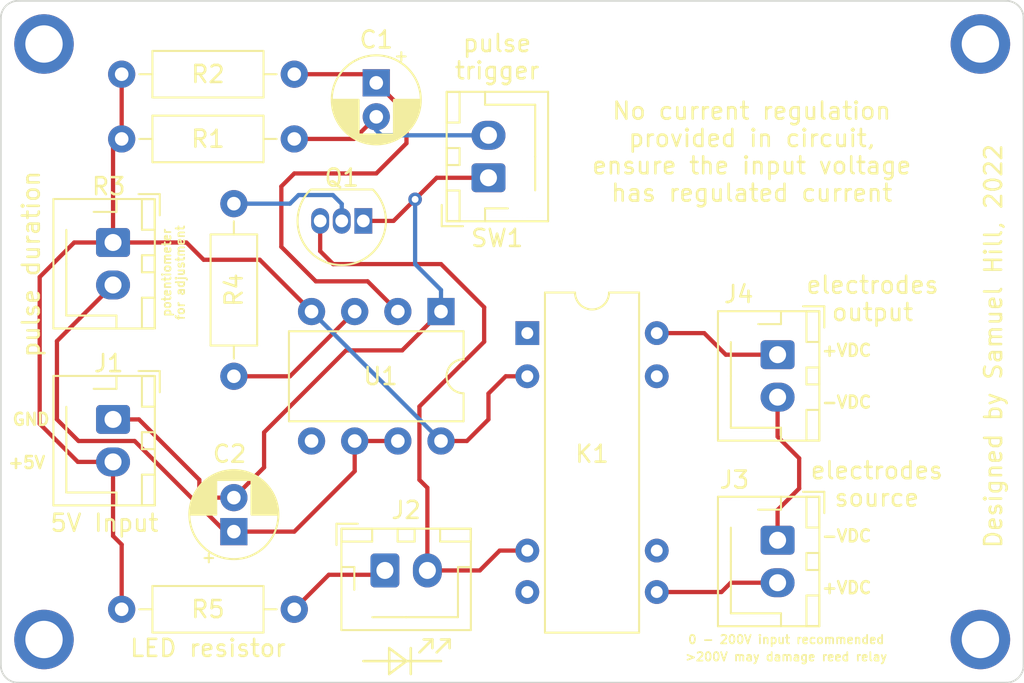
<source format=kicad_pcb>
(kicad_pcb (version 20171130) (host pcbnew "(5.1.12)-1")

  (general
    (thickness 1.6)
    (drawings 37)
    (tracks 98)
    (zones 0)
    (modules 19)
    (nets 18)
  )

  (page A4)
  (layers
    (0 F.Cu signal)
    (31 B.Cu signal)
    (32 B.Adhes user)
    (33 F.Adhes user)
    (34 B.Paste user)
    (35 F.Paste user)
    (36 B.SilkS user)
    (37 F.SilkS user)
    (38 B.Mask user)
    (39 F.Mask user)
    (40 Dwgs.User user)
    (41 Cmts.User user)
    (42 Eco1.User user)
    (43 Eco2.User user)
    (44 Edge.Cuts user)
    (45 Margin user)
    (46 B.CrtYd user)
    (47 F.CrtYd user hide)
    (48 B.Fab user)
    (49 F.Fab user hide)
  )

  (setup
    (last_trace_width 0.25)
    (trace_clearance 0.2)
    (zone_clearance 0.508)
    (zone_45_only no)
    (trace_min 0.2)
    (via_size 0.8)
    (via_drill 0.4)
    (via_min_size 0.4)
    (via_min_drill 0.3)
    (uvia_size 0.3)
    (uvia_drill 0.1)
    (uvias_allowed no)
    (uvia_min_size 0.2)
    (uvia_min_drill 0.1)
    (edge_width 0.1)
    (segment_width 0.2)
    (pcb_text_width 0.3)
    (pcb_text_size 1.5 1.5)
    (mod_edge_width 0.15)
    (mod_text_size 1 1)
    (mod_text_width 0.15)
    (pad_size 3.5 3.5)
    (pad_drill 2.2)
    (pad_to_mask_clearance 0)
    (aux_axis_origin 0 0)
    (visible_elements 7FFFFFFF)
    (pcbplotparams
      (layerselection 0x010fc_ffffffff)
      (usegerberextensions false)
      (usegerberattributes true)
      (usegerberadvancedattributes true)
      (creategerberjobfile true)
      (excludeedgelayer true)
      (linewidth 0.100000)
      (plotframeref false)
      (viasonmask false)
      (mode 1)
      (useauxorigin false)
      (hpglpennumber 1)
      (hpglpenspeed 20)
      (hpglpendiameter 15.000000)
      (psnegative false)
      (psa4output false)
      (plotreference true)
      (plotvalue true)
      (plotinvisibletext false)
      (padsonsilk false)
      (subtractmaskfromsilk false)
      (outputformat 1)
      (mirror false)
      (drillshape 1)
      (scaleselection 1)
      (outputdirectory ""))
  )

  (net 0 "")
  (net 1 "Net-(C1-Pad2)")
  (net 2 "Net-(C1-Pad1)")
  (net 3 "Net-(C2-Pad2)")
  (net 4 "Net-(C2-Pad1)")
  (net 5 "Net-(J1-Pad2)")
  (net 6 "Net-(J2-Pad2)")
  (net 7 "Net-(J2-Pad1)")
  (net 8 "Net-(J3-Pad2)")
  (net 9 "Net-(K1-Pad7)")
  (net 10 "Net-(K1-Pad1)")
  (net 11 "Net-(K1-Pad9)")
  (net 12 "Net-(K1-Pad13)")
  (net 13 "Net-(Q1-Pad2)")
  (net 14 "Net-(R4-Pad1)")
  (net 15 "Net-(U1-Pad5)")
  (net 16 "Net-(J4-Pad1)")
  (net 17 "Net-(J3-Pad1)")

  (net_class Default "This is the default net class."
    (clearance 0.2)
    (trace_width 0.25)
    (via_dia 0.8)
    (via_drill 0.4)
    (uvia_dia 0.3)
    (uvia_drill 0.1)
    (add_net "Net-(C1-Pad1)")
    (add_net "Net-(C1-Pad2)")
    (add_net "Net-(C2-Pad1)")
    (add_net "Net-(C2-Pad2)")
    (add_net "Net-(J1-Pad2)")
    (add_net "Net-(J2-Pad1)")
    (add_net "Net-(J2-Pad2)")
    (add_net "Net-(J3-Pad1)")
    (add_net "Net-(J3-Pad2)")
    (add_net "Net-(J4-Pad1)")
    (add_net "Net-(K1-Pad1)")
    (add_net "Net-(K1-Pad13)")
    (add_net "Net-(K1-Pad7)")
    (add_net "Net-(K1-Pad9)")
    (add_net "Net-(Q1-Pad2)")
    (add_net "Net-(R4-Pad1)")
    (add_net "Net-(U1-Pad5)")
  )

  (module MountingHole:MountingHole_2.2mm_M2_ISO7380_Pad (layer F.Cu) (tedit 56D1B4CB) (tstamp 61E0CF28)
    (at 163.322 108.204)
    (descr "Mounting Hole 2.2mm, M2, ISO7380")
    (tags "mounting hole 2.2mm m2 iso7380")
    (attr virtual)
    (fp_text reference REF** (at 0 -2.75) (layer F.SilkS) hide
      (effects (font (size 1 1) (thickness 0.15)))
    )
    (fp_text value MountingHole_2.2mm_M2_ISO7380_Pad (at 0 2.75) (layer F.Fab) hide
      (effects (font (size 1 1) (thickness 0.15)))
    )
    (fp_circle (center 0 0) (end 1.75 0) (layer Cmts.User) (width 0.15))
    (fp_circle (center 0 0) (end 2 0) (layer F.CrtYd) (width 0.05))
    (pad 1 thru_hole circle (at 0 0) (size 3.5 3.5) (drill 2.2) (layers *.Cu *.Mask))
  )

  (module MountingHole:MountingHole_2.2mm_M2_ISO7380_Pad (layer F.Cu) (tedit 56D1B4CB) (tstamp 61E0CF04)
    (at 108.204 108.204)
    (descr "Mounting Hole 2.2mm, M2, ISO7380")
    (tags "mounting hole 2.2mm m2 iso7380")
    (attr virtual)
    (fp_text reference REF** (at 0 -2.75 unlocked) (layer F.SilkS) hide
      (effects (font (size 1 1) (thickness 0.15)))
    )
    (fp_text value MountingHole_2.2mm_M2_ISO7380_Pad (at 0 2.75) (layer F.Fab) hide
      (effects (font (size 1 1) (thickness 0.15)))
    )
    (fp_circle (center 0 0) (end 1.75 0) (layer Cmts.User) (width 0.15))
    (fp_circle (center 0 0) (end 2 0) (layer F.CrtYd) (width 0.05))
    (pad 1 thru_hole circle (at 0 0) (size 3.5 3.5) (drill 2.2) (layers *.Cu *.Mask))
  )

  (module MountingHole:MountingHole_2.2mm_M2_ISO7380_Pad (layer F.Cu) (tedit 56D1B4CB) (tstamp 61E0CED0)
    (at 163.322 73.152)
    (descr "Mounting Hole 2.2mm, M2, ISO7380")
    (tags "mounting hole 2.2mm m2 iso7380")
    (attr virtual)
    (fp_text reference REF** (at 0 -2.75) (layer F.SilkS) hide
      (effects (font (size 1 1) (thickness 0.15)))
    )
    (fp_text value MountingHole_2.2mm_M2_ISO7380_Pad (at 0 2.75) (layer F.Fab) hide
      (effects (font (size 1 1) (thickness 0.15)))
    )
    (fp_circle (center 0 0) (end 1.75 0) (layer Cmts.User) (width 0.15))
    (fp_circle (center 0 0) (end 2 0) (layer F.CrtYd) (width 0.05))
    (pad 1 thru_hole circle (at 0 0) (size 3.5 3.5) (drill 2.2) (layers *.Cu *.Mask))
  )

  (module MountingHole:MountingHole_2.2mm_M2_ISO7380_Pad (layer F.Cu) (tedit 56D1B4CB) (tstamp 61E0CE90)
    (at 108.204 73.152)
    (descr "Mounting Hole 2.2mm, M2, ISO7380")
    (tags "mounting hole 2.2mm m2 iso7380")
    (attr virtual)
    (fp_text reference REF** (at 0 -2.75) (layer F.SilkS) hide
      (effects (font (size 1 1) (thickness 0.15)))
    )
    (fp_text value MountingHole_2.2mm_M2_ISO7380_Pad (at 0 2.75) (layer F.Fab) hide
      (effects (font (size 1 1) (thickness 0.15)))
    )
    (fp_circle (center 0 0) (end 1.75 0) (layer Cmts.User) (width 0.15))
    (fp_circle (center 0 0) (end 2 0) (layer F.CrtYd) (width 0.05))
    (pad 1 thru_hole circle (at 0 0) (size 3.5 3.5) (drill 2.2) (layers *.Cu *.Mask))
  )

  (module Relay_THT:Relay_StandexMeder_DIP_LowProfile (layer F.Cu) (tedit 5A54BF5F) (tstamp 61E05B6F)
    (at 136.652 90.17)
    (descr "package for Standex Meder DIP reed relay series, see https://standexelectronics.com/wp-content/uploads/datasheet_reed_relay_DIP.pdf")
    (tags "DIL DIP PDIP 2.54mm 7.62mm 300mil reed relay")
    (path /6166AE04)
    (fp_text reference K1 (at 3.81 7.112) (layer F.SilkS)
      (effects (font (size 1 1) (thickness 0.15)))
    )
    (fp_text value HE721A0510 (at 3.81 18.63) (layer F.Fab)
      (effects (font (size 1 1) (thickness 0.15)))
    )
    (fp_line (start 1.64 -2.27) (end 6.99 -2.27) (layer F.Fab) (width 0.1))
    (fp_line (start 6.99 -2.27) (end 6.99 17.51) (layer F.Fab) (width 0.1))
    (fp_line (start 6.99 17.51) (end 0.64 17.51) (layer F.Fab) (width 0.1))
    (fp_line (start 0.64 17.51) (end 0.64 -1.27) (layer F.Fab) (width 0.1))
    (fp_line (start 0.64 -1.27) (end 1.64 -2.27) (layer F.Fab) (width 0.1))
    (fp_line (start 2.81 -2.39) (end 1.04 -2.39) (layer F.SilkS) (width 0.12))
    (fp_line (start 1.04 -2.39) (end 1.04 17.63) (layer F.SilkS) (width 0.12))
    (fp_line (start 1.04 17.63) (end 6.58 17.63) (layer F.SilkS) (width 0.12))
    (fp_line (start 6.58 17.63) (end 6.58 -2.39) (layer F.SilkS) (width 0.12))
    (fp_line (start 6.58 -2.39) (end 4.81 -2.39) (layer F.SilkS) (width 0.12))
    (fp_line (start -1.1 -2.6) (end -1.1 17.8) (layer F.CrtYd) (width 0.05))
    (fp_line (start -1.1 17.8) (end 8.7 17.8) (layer F.CrtYd) (width 0.05))
    (fp_line (start 8.7 17.8) (end 8.7 -2.6) (layer F.CrtYd) (width 0.05))
    (fp_line (start 8.7 -2.6) (end -1.1 -2.6) (layer F.CrtYd) (width 0.05))
    (fp_arc (start 3.81 -2.39) (end 2.81 -2.39) (angle -180) (layer F.SilkS) (width 0.12))
    (fp_text user %R (at 3.815 7.62) (layer F.Fab)
      (effects (font (size 1 1) (thickness 0.15)))
    )
    (pad 14 thru_hole circle (at 7.62 0) (size 1.4 1.4) (drill 0.7) (layers *.Cu *.Mask)
      (net 16 "Net-(J4-Pad1)"))
    (pad 7 thru_hole circle (at 0 15.24) (size 1.4 1.4) (drill 0.7) (layers *.Cu *.Mask)
      (net 9 "Net-(K1-Pad7)"))
    (pad 8 thru_hole circle (at 7.62 15.24) (size 1.4 1.4) (drill 0.7) (layers *.Cu *.Mask)
      (net 8 "Net-(J3-Pad2)"))
    (pad 1 thru_hole rect (at 0 0) (size 1.4 1.4) (drill 0.7) (layers *.Cu *.Mask)
      (net 10 "Net-(K1-Pad1)"))
    (pad 2 thru_hole circle (at 0 2.54) (size 1.4 1.4) (drill 0.7) (layers *.Cu *.Mask)
      (net 5 "Net-(J1-Pad2)"))
    (pad 6 thru_hole circle (at 0 12.8) (size 1.4 1.4) (drill 0.7) (layers *.Cu *.Mask)
      (net 6 "Net-(J2-Pad2)"))
    (pad 9 thru_hole circle (at 7.62 12.8) (size 1.4 1.4) (drill 0.7) (layers *.Cu *.Mask)
      (net 11 "Net-(K1-Pad9)"))
    (pad 13 thru_hole circle (at 7.62 2.54) (size 1.4 1.4) (drill 0.7) (layers *.Cu *.Mask)
      (net 12 "Net-(K1-Pad13)"))
    (model ${KISYS3DMOD}/Relay_THT.3dshapes/Relay_StandexMeder_DIP_LowProfile.wrl
      (at (xyz 0 0 0))
      (scale (xyz 1 1 1))
      (rotate (xyz 0 0 0))
    )
  )

  (module Connector_JST:JST_XH_B2B-XH-AM_1x02_P2.50mm_Vertical (layer F.Cu) (tedit 5C28146E) (tstamp 61E05B53)
    (at 128.27 104.14)
    (descr "JST XH series connector, B2B-XH-AM, with boss (http://www.jst-mfg.com/product/pdf/eng/eXH.pdf), generated with kicad-footprint-generator")
    (tags "connector JST XH vertical boss")
    (path /61EBE6D5)
    (fp_text reference J2 (at 1.25 -3.55) (layer F.SilkS)
      (effects (font (size 1 1) (thickness 0.15)))
    )
    (fp_text value "LED OUT" (at 1.25 4.6) (layer F.Fab)
      (effects (font (size 1 1) (thickness 0.15)))
    )
    (fp_line (start -2.45 -2.35) (end -2.45 3.4) (layer F.Fab) (width 0.1))
    (fp_line (start -2.45 3.4) (end 4.95 3.4) (layer F.Fab) (width 0.1))
    (fp_line (start 4.95 3.4) (end 4.95 -2.35) (layer F.Fab) (width 0.1))
    (fp_line (start 4.95 -2.35) (end -2.45 -2.35) (layer F.Fab) (width 0.1))
    (fp_line (start -2.56 -2.46) (end -2.56 3.51) (layer F.SilkS) (width 0.12))
    (fp_line (start -2.56 3.51) (end 5.06 3.51) (layer F.SilkS) (width 0.12))
    (fp_line (start 5.06 3.51) (end 5.06 -2.46) (layer F.SilkS) (width 0.12))
    (fp_line (start 5.06 -2.46) (end -2.56 -2.46) (layer F.SilkS) (width 0.12))
    (fp_line (start -2.95 -2.85) (end -2.95 3.9) (layer F.CrtYd) (width 0.05))
    (fp_line (start -2.95 3.9) (end 5.45 3.9) (layer F.CrtYd) (width 0.05))
    (fp_line (start 5.45 3.9) (end 5.45 -2.85) (layer F.CrtYd) (width 0.05))
    (fp_line (start 5.45 -2.85) (end -2.95 -2.85) (layer F.CrtYd) (width 0.05))
    (fp_line (start -0.625 -2.35) (end 0 -1.35) (layer F.Fab) (width 0.1))
    (fp_line (start 0 -1.35) (end 0.625 -2.35) (layer F.Fab) (width 0.1))
    (fp_line (start 0.75 -2.45) (end 0.75 -1.7) (layer F.SilkS) (width 0.12))
    (fp_line (start 0.75 -1.7) (end 1.75 -1.7) (layer F.SilkS) (width 0.12))
    (fp_line (start 1.75 -1.7) (end 1.75 -2.45) (layer F.SilkS) (width 0.12))
    (fp_line (start 1.75 -2.45) (end 0.75 -2.45) (layer F.SilkS) (width 0.12))
    (fp_line (start -2.55 -2.45) (end -2.55 -1.7) (layer F.SilkS) (width 0.12))
    (fp_line (start -2.55 -1.7) (end -0.75 -1.7) (layer F.SilkS) (width 0.12))
    (fp_line (start -0.75 -1.7) (end -0.75 -2.45) (layer F.SilkS) (width 0.12))
    (fp_line (start -0.75 -2.45) (end -2.55 -2.45) (layer F.SilkS) (width 0.12))
    (fp_line (start 3.25 -2.45) (end 3.25 -1.7) (layer F.SilkS) (width 0.12))
    (fp_line (start 3.25 -1.7) (end 5.05 -1.7) (layer F.SilkS) (width 0.12))
    (fp_line (start 5.05 -1.7) (end 5.05 -2.45) (layer F.SilkS) (width 0.12))
    (fp_line (start 5.05 -2.45) (end 3.25 -2.45) (layer F.SilkS) (width 0.12))
    (fp_line (start -2.55 -0.2) (end -1.8 -0.2) (layer F.SilkS) (width 0.12))
    (fp_line (start -1.8 -0.2) (end -1.8 1.14) (layer F.SilkS) (width 0.12))
    (fp_line (start 1.25 2.75) (end -0.74 2.75) (layer F.SilkS) (width 0.12))
    (fp_line (start 5.05 -0.2) (end 4.3 -0.2) (layer F.SilkS) (width 0.12))
    (fp_line (start 4.3 -0.2) (end 4.3 2.75) (layer F.SilkS) (width 0.12))
    (fp_line (start 4.3 2.75) (end 1.25 2.75) (layer F.SilkS) (width 0.12))
    (fp_line (start -1.6 -2.75) (end -2.85 -2.75) (layer F.SilkS) (width 0.12))
    (fp_line (start -2.85 -2.75) (end -2.85 -1.5) (layer F.SilkS) (width 0.12))
    (fp_text user %R (at 1.25 2.7) (layer F.Fab)
      (effects (font (size 1 1) (thickness 0.15)))
    )
    (pad "" np_thru_hole circle (at -1.6 2) (size 1.2 1.2) (drill 1.2) (layers *.Cu *.Mask))
    (pad 2 thru_hole oval (at 2.5 0) (size 1.7 2) (drill 1) (layers *.Cu *.Mask)
      (net 6 "Net-(J2-Pad2)"))
    (pad 1 thru_hole roundrect (at 0 0) (size 1.7 2) (drill 1) (layers *.Cu *.Mask) (roundrect_rratio 0.147059)
      (net 7 "Net-(J2-Pad1)"))
    (model ${KISYS3DMOD}/Connector_JST.3dshapes/JST_XH_B2B-XH-AM_1x02_P2.50mm_Vertical.wrl
      (at (xyz 0 0 0))
      (scale (xyz 1 1 1))
      (rotate (xyz 0 0 0))
    )
  )

  (module Connector_JST:JST_XH_B2B-XH-AM_1x02_P2.50mm_Vertical (layer F.Cu) (tedit 5C28146E) (tstamp 61E05B29)
    (at 151.384 102.362 270)
    (descr "JST XH series connector, B2B-XH-AM, with boss (http://www.jst-mfg.com/product/pdf/eng/eXH.pdf), generated with kicad-footprint-generator")
    (tags "connector JST XH vertical boss")
    (path /616F4CF0)
    (fp_text reference J3 (at -3.556 2.54 180) (layer F.SilkS)
      (effects (font (size 1 1) (thickness 0.15)))
    )
    (fp_text value "0-45V Input" (at 1.25 4.6 90) (layer F.Fab)
      (effects (font (size 1 1) (thickness 0.15)))
    )
    (fp_line (start -2.85 -2.75) (end -2.85 -1.5) (layer F.SilkS) (width 0.12))
    (fp_line (start -1.6 -2.75) (end -2.85 -2.75) (layer F.SilkS) (width 0.12))
    (fp_line (start 4.3 2.75) (end 1.25 2.75) (layer F.SilkS) (width 0.12))
    (fp_line (start 4.3 -0.2) (end 4.3 2.75) (layer F.SilkS) (width 0.12))
    (fp_line (start 5.05 -0.2) (end 4.3 -0.2) (layer F.SilkS) (width 0.12))
    (fp_line (start 1.25 2.75) (end -0.74 2.75) (layer F.SilkS) (width 0.12))
    (fp_line (start -1.8 -0.2) (end -1.8 1.14) (layer F.SilkS) (width 0.12))
    (fp_line (start -2.55 -0.2) (end -1.8 -0.2) (layer F.SilkS) (width 0.12))
    (fp_line (start 5.05 -2.45) (end 3.25 -2.45) (layer F.SilkS) (width 0.12))
    (fp_line (start 5.05 -1.7) (end 5.05 -2.45) (layer F.SilkS) (width 0.12))
    (fp_line (start 3.25 -1.7) (end 5.05 -1.7) (layer F.SilkS) (width 0.12))
    (fp_line (start 3.25 -2.45) (end 3.25 -1.7) (layer F.SilkS) (width 0.12))
    (fp_line (start -0.75 -2.45) (end -2.55 -2.45) (layer F.SilkS) (width 0.12))
    (fp_line (start -0.75 -1.7) (end -0.75 -2.45) (layer F.SilkS) (width 0.12))
    (fp_line (start -2.55 -1.7) (end -0.75 -1.7) (layer F.SilkS) (width 0.12))
    (fp_line (start -2.55 -2.45) (end -2.55 -1.7) (layer F.SilkS) (width 0.12))
    (fp_line (start 1.75 -2.45) (end 0.75 -2.45) (layer F.SilkS) (width 0.12))
    (fp_line (start 1.75 -1.7) (end 1.75 -2.45) (layer F.SilkS) (width 0.12))
    (fp_line (start 0.75 -1.7) (end 1.75 -1.7) (layer F.SilkS) (width 0.12))
    (fp_line (start 0.75 -2.45) (end 0.75 -1.7) (layer F.SilkS) (width 0.12))
    (fp_line (start 0 -1.35) (end 0.625 -2.35) (layer F.Fab) (width 0.1))
    (fp_line (start -0.625 -2.35) (end 0 -1.35) (layer F.Fab) (width 0.1))
    (fp_line (start 5.45 -2.85) (end -2.95 -2.85) (layer F.CrtYd) (width 0.05))
    (fp_line (start 5.45 3.9) (end 5.45 -2.85) (layer F.CrtYd) (width 0.05))
    (fp_line (start -2.95 3.9) (end 5.45 3.9) (layer F.CrtYd) (width 0.05))
    (fp_line (start -2.95 -2.85) (end -2.95 3.9) (layer F.CrtYd) (width 0.05))
    (fp_line (start 5.06 -2.46) (end -2.56 -2.46) (layer F.SilkS) (width 0.12))
    (fp_line (start 5.06 3.51) (end 5.06 -2.46) (layer F.SilkS) (width 0.12))
    (fp_line (start -2.56 3.51) (end 5.06 3.51) (layer F.SilkS) (width 0.12))
    (fp_line (start -2.56 -2.46) (end -2.56 3.51) (layer F.SilkS) (width 0.12))
    (fp_line (start 4.95 -2.35) (end -2.45 -2.35) (layer F.Fab) (width 0.1))
    (fp_line (start 4.95 3.4) (end 4.95 -2.35) (layer F.Fab) (width 0.1))
    (fp_line (start -2.45 3.4) (end 4.95 3.4) (layer F.Fab) (width 0.1))
    (fp_line (start -2.45 -2.35) (end -2.45 3.4) (layer F.Fab) (width 0.1))
    (fp_text user %R (at 1.25 2.7 90) (layer F.Fab)
      (effects (font (size 1 1) (thickness 0.15)))
    )
    (pad "" np_thru_hole circle (at -1.6 2 270) (size 1.2 1.2) (drill 1.2) (layers *.Cu *.Mask))
    (pad 2 thru_hole oval (at 2.5 0 270) (size 1.7 2) (drill 1) (layers *.Cu *.Mask)
      (net 8 "Net-(J3-Pad2)"))
    (pad 1 thru_hole roundrect (at 0 0 270) (size 1.7 2) (drill 1) (layers *.Cu *.Mask) (roundrect_rratio 0.147059)
      (net 17 "Net-(J3-Pad1)"))
    (model ${KISYS3DMOD}/Connector_JST.3dshapes/JST_XH_B2B-XH-AM_1x02_P2.50mm_Vertical.wrl
      (at (xyz 0 0 0))
      (scale (xyz 1 1 1))
      (rotate (xyz 0 0 0))
    )
  )

  (module Connector_JST:JST_XH_B2B-XH-AM_1x02_P2.50mm_Vertical (layer F.Cu) (tedit 5C28146E) (tstamp 61E05B14)
    (at 151.384 91.44 270)
    (descr "JST XH series connector, B2B-XH-AM, with boss (http://www.jst-mfg.com/product/pdf/eng/eXH.pdf), generated with kicad-footprint-generator")
    (tags "connector JST XH vertical boss")
    (path /616FD31E)
    (fp_text reference J4 (at -3.556 2.286 180) (layer F.SilkS)
      (effects (font (size 1 1) (thickness 0.15)))
    )
    (fp_text value "Electrodes Out" (at 1.25 4.6 90) (layer F.Fab)
      (effects (font (size 1 1) (thickness 0.15)))
    )
    (fp_line (start -2.85 -2.75) (end -2.85 -1.5) (layer F.SilkS) (width 0.12))
    (fp_line (start -1.6 -2.75) (end -2.85 -2.75) (layer F.SilkS) (width 0.12))
    (fp_line (start 4.3 2.75) (end 1.25 2.75) (layer F.SilkS) (width 0.12))
    (fp_line (start 4.3 -0.2) (end 4.3 2.75) (layer F.SilkS) (width 0.12))
    (fp_line (start 5.05 -0.2) (end 4.3 -0.2) (layer F.SilkS) (width 0.12))
    (fp_line (start 1.25 2.75) (end -0.74 2.75) (layer F.SilkS) (width 0.12))
    (fp_line (start -1.8 -0.2) (end -1.8 1.14) (layer F.SilkS) (width 0.12))
    (fp_line (start -2.55 -0.2) (end -1.8 -0.2) (layer F.SilkS) (width 0.12))
    (fp_line (start 5.05 -2.45) (end 3.25 -2.45) (layer F.SilkS) (width 0.12))
    (fp_line (start 5.05 -1.7) (end 5.05 -2.45) (layer F.SilkS) (width 0.12))
    (fp_line (start 3.25 -1.7) (end 5.05 -1.7) (layer F.SilkS) (width 0.12))
    (fp_line (start 3.25 -2.45) (end 3.25 -1.7) (layer F.SilkS) (width 0.12))
    (fp_line (start -0.75 -2.45) (end -2.55 -2.45) (layer F.SilkS) (width 0.12))
    (fp_line (start -0.75 -1.7) (end -0.75 -2.45) (layer F.SilkS) (width 0.12))
    (fp_line (start -2.55 -1.7) (end -0.75 -1.7) (layer F.SilkS) (width 0.12))
    (fp_line (start -2.55 -2.45) (end -2.55 -1.7) (layer F.SilkS) (width 0.12))
    (fp_line (start 1.75 -2.45) (end 0.75 -2.45) (layer F.SilkS) (width 0.12))
    (fp_line (start 1.75 -1.7) (end 1.75 -2.45) (layer F.SilkS) (width 0.12))
    (fp_line (start 0.75 -1.7) (end 1.75 -1.7) (layer F.SilkS) (width 0.12))
    (fp_line (start 0.75 -2.45) (end 0.75 -1.7) (layer F.SilkS) (width 0.12))
    (fp_line (start 0 -1.35) (end 0.625 -2.35) (layer F.Fab) (width 0.1))
    (fp_line (start -0.625 -2.35) (end 0 -1.35) (layer F.Fab) (width 0.1))
    (fp_line (start 5.45 -2.85) (end -2.95 -2.85) (layer F.CrtYd) (width 0.05))
    (fp_line (start 5.45 3.9) (end 5.45 -2.85) (layer F.CrtYd) (width 0.05))
    (fp_line (start -2.95 3.9) (end 5.45 3.9) (layer F.CrtYd) (width 0.05))
    (fp_line (start -2.95 -2.85) (end -2.95 3.9) (layer F.CrtYd) (width 0.05))
    (fp_line (start 5.06 -2.46) (end -2.56 -2.46) (layer F.SilkS) (width 0.12))
    (fp_line (start 5.06 3.51) (end 5.06 -2.46) (layer F.SilkS) (width 0.12))
    (fp_line (start -2.56 3.51) (end 5.06 3.51) (layer F.SilkS) (width 0.12))
    (fp_line (start -2.56 -2.46) (end -2.56 3.51) (layer F.SilkS) (width 0.12))
    (fp_line (start 4.95 -2.35) (end -2.45 -2.35) (layer F.Fab) (width 0.1))
    (fp_line (start 4.95 3.4) (end 4.95 -2.35) (layer F.Fab) (width 0.1))
    (fp_line (start -2.45 3.4) (end 4.95 3.4) (layer F.Fab) (width 0.1))
    (fp_line (start -2.45 -2.35) (end -2.45 3.4) (layer F.Fab) (width 0.1))
    (fp_text user %R (at 1.25 2.7 90) (layer F.Fab)
      (effects (font (size 1 1) (thickness 0.15)))
    )
    (pad "" np_thru_hole circle (at -1.6 2 270) (size 1.2 1.2) (drill 1.2) (layers *.Cu *.Mask))
    (pad 2 thru_hole oval (at 2.5 0 270) (size 1.7 2) (drill 1) (layers *.Cu *.Mask)
      (net 17 "Net-(J3-Pad1)"))
    (pad 1 thru_hole roundrect (at 0 0 270) (size 1.7 2) (drill 1) (layers *.Cu *.Mask) (roundrect_rratio 0.147059)
      (net 16 "Net-(J4-Pad1)"))
    (model ${KISYS3DMOD}/Connector_JST.3dshapes/JST_XH_B2B-XH-AM_1x02_P2.50mm_Vertical.wrl
      (at (xyz 0 0 0))
      (scale (xyz 1 1 1))
      (rotate (xyz 0 0 0))
    )
  )

  (module Connector_JST:JST_XH_B2B-XH-AM_1x02_P2.50mm_Vertical (layer F.Cu) (tedit 5C28146E) (tstamp 61E05AFF)
    (at 112.268 95.25 270)
    (descr "JST XH series connector, B2B-XH-AM, with boss (http://www.jst-mfg.com/product/pdf/eng/eXH.pdf), generated with kicad-footprint-generator")
    (tags "connector JST XH vertical boss")
    (path /617435B8)
    (fp_text reference J1 (at -3.302 0.254 180) (layer F.SilkS)
      (effects (font (size 1 1) (thickness 0.15)))
    )
    (fp_text value "5V Input" (at 1.25 4.6 90) (layer F.Fab)
      (effects (font (size 1 1) (thickness 0.15)))
    )
    (fp_line (start -2.85 -2.75) (end -2.85 -1.5) (layer F.SilkS) (width 0.12))
    (fp_line (start -1.6 -2.75) (end -2.85 -2.75) (layer F.SilkS) (width 0.12))
    (fp_line (start 4.3 2.75) (end 1.25 2.75) (layer F.SilkS) (width 0.12))
    (fp_line (start 4.3 -0.2) (end 4.3 2.75) (layer F.SilkS) (width 0.12))
    (fp_line (start 5.05 -0.2) (end 4.3 -0.2) (layer F.SilkS) (width 0.12))
    (fp_line (start 1.25 2.75) (end -0.74 2.75) (layer F.SilkS) (width 0.12))
    (fp_line (start -1.8 -0.2) (end -1.8 1.14) (layer F.SilkS) (width 0.12))
    (fp_line (start -2.55 -0.2) (end -1.8 -0.2) (layer F.SilkS) (width 0.12))
    (fp_line (start 5.05 -2.45) (end 3.25 -2.45) (layer F.SilkS) (width 0.12))
    (fp_line (start 5.05 -1.7) (end 5.05 -2.45) (layer F.SilkS) (width 0.12))
    (fp_line (start 3.25 -1.7) (end 5.05 -1.7) (layer F.SilkS) (width 0.12))
    (fp_line (start 3.25 -2.45) (end 3.25 -1.7) (layer F.SilkS) (width 0.12))
    (fp_line (start -0.75 -2.45) (end -2.55 -2.45) (layer F.SilkS) (width 0.12))
    (fp_line (start -0.75 -1.7) (end -0.75 -2.45) (layer F.SilkS) (width 0.12))
    (fp_line (start -2.55 -1.7) (end -0.75 -1.7) (layer F.SilkS) (width 0.12))
    (fp_line (start -2.55 -2.45) (end -2.55 -1.7) (layer F.SilkS) (width 0.12))
    (fp_line (start 1.75 -2.45) (end 0.75 -2.45) (layer F.SilkS) (width 0.12))
    (fp_line (start 1.75 -1.7) (end 1.75 -2.45) (layer F.SilkS) (width 0.12))
    (fp_line (start 0.75 -1.7) (end 1.75 -1.7) (layer F.SilkS) (width 0.12))
    (fp_line (start 0.75 -2.45) (end 0.75 -1.7) (layer F.SilkS) (width 0.12))
    (fp_line (start 0 -1.35) (end 0.625 -2.35) (layer F.Fab) (width 0.1))
    (fp_line (start -0.625 -2.35) (end 0 -1.35) (layer F.Fab) (width 0.1))
    (fp_line (start 5.45 -2.85) (end -2.95 -2.85) (layer F.CrtYd) (width 0.05))
    (fp_line (start 5.45 3.9) (end 5.45 -2.85) (layer F.CrtYd) (width 0.05))
    (fp_line (start -2.95 3.9) (end 5.45 3.9) (layer F.CrtYd) (width 0.05))
    (fp_line (start -2.95 -2.85) (end -2.95 3.9) (layer F.CrtYd) (width 0.05))
    (fp_line (start 5.06 -2.46) (end -2.56 -2.46) (layer F.SilkS) (width 0.12))
    (fp_line (start 5.06 3.51) (end 5.06 -2.46) (layer F.SilkS) (width 0.12))
    (fp_line (start -2.56 3.51) (end 5.06 3.51) (layer F.SilkS) (width 0.12))
    (fp_line (start -2.56 -2.46) (end -2.56 3.51) (layer F.SilkS) (width 0.12))
    (fp_line (start 4.95 -2.35) (end -2.45 -2.35) (layer F.Fab) (width 0.1))
    (fp_line (start 4.95 3.4) (end 4.95 -2.35) (layer F.Fab) (width 0.1))
    (fp_line (start -2.45 3.4) (end 4.95 3.4) (layer F.Fab) (width 0.1))
    (fp_line (start -2.45 -2.35) (end -2.45 3.4) (layer F.Fab) (width 0.1))
    (fp_text user %R (at 1.25 2.7 90) (layer F.Fab)
      (effects (font (size 1 1) (thickness 0.15)))
    )
    (pad "" np_thru_hole circle (at -1.6 2 270) (size 1.2 1.2) (drill 1.2) (layers *.Cu *.Mask))
    (pad 2 thru_hole oval (at 2.5 0 270) (size 1.7 2) (drill 1) (layers *.Cu *.Mask)
      (net 5 "Net-(J1-Pad2)"))
    (pad 1 thru_hole roundrect (at 0 0 270) (size 1.7 2) (drill 1) (layers *.Cu *.Mask) (roundrect_rratio 0.147059)
      (net 3 "Net-(C2-Pad2)"))
    (model ${KISYS3DMOD}/Connector_JST.3dshapes/JST_XH_B2B-XH-AM_1x02_P2.50mm_Vertical.wrl
      (at (xyz 0 0 0))
      (scale (xyz 1 1 1))
      (rotate (xyz 0 0 0))
    )
  )

  (module Resistor_THT:R_Axial_DIN0207_L6.3mm_D2.5mm_P10.16mm_Horizontal (layer F.Cu) (tedit 5AE5139B) (tstamp 61E37355)
    (at 112.776 106.426)
    (descr "Resistor, Axial_DIN0207 series, Axial, Horizontal, pin pitch=10.16mm, 0.25W = 1/4W, length*diameter=6.3*2.5mm^2, http://cdn-reichelt.de/documents/datenblatt/B400/1_4W%23YAG.pdf")
    (tags "Resistor Axial_DIN0207 series Axial Horizontal pin pitch 10.16mm 0.25W = 1/4W length 6.3mm diameter 2.5mm")
    (path /61E36B4F)
    (fp_text reference R5 (at 5.08 0) (layer F.SilkS)
      (effects (font (size 1 1) (thickness 0.15)))
    )
    (fp_text value LED (at 5.08 2.37) (layer F.Fab)
      (effects (font (size 1 1) (thickness 0.15)))
    )
    (fp_line (start 1.93 -1.25) (end 1.93 1.25) (layer F.Fab) (width 0.1))
    (fp_line (start 1.93 1.25) (end 8.23 1.25) (layer F.Fab) (width 0.1))
    (fp_line (start 8.23 1.25) (end 8.23 -1.25) (layer F.Fab) (width 0.1))
    (fp_line (start 8.23 -1.25) (end 1.93 -1.25) (layer F.Fab) (width 0.1))
    (fp_line (start 0 0) (end 1.93 0) (layer F.Fab) (width 0.1))
    (fp_line (start 10.16 0) (end 8.23 0) (layer F.Fab) (width 0.1))
    (fp_line (start 1.81 -1.37) (end 1.81 1.37) (layer F.SilkS) (width 0.12))
    (fp_line (start 1.81 1.37) (end 8.35 1.37) (layer F.SilkS) (width 0.12))
    (fp_line (start 8.35 1.37) (end 8.35 -1.37) (layer F.SilkS) (width 0.12))
    (fp_line (start 8.35 -1.37) (end 1.81 -1.37) (layer F.SilkS) (width 0.12))
    (fp_line (start 1.04 0) (end 1.81 0) (layer F.SilkS) (width 0.12))
    (fp_line (start 9.12 0) (end 8.35 0) (layer F.SilkS) (width 0.12))
    (fp_line (start -1.05 -1.5) (end -1.05 1.5) (layer F.CrtYd) (width 0.05))
    (fp_line (start -1.05 1.5) (end 11.21 1.5) (layer F.CrtYd) (width 0.05))
    (fp_line (start 11.21 1.5) (end 11.21 -1.5) (layer F.CrtYd) (width 0.05))
    (fp_line (start 11.21 -1.5) (end -1.05 -1.5) (layer F.CrtYd) (width 0.05))
    (fp_text user %R (at 5.08 0) (layer F.Fab)
      (effects (font (size 1 1) (thickness 0.15)))
    )
    (pad 2 thru_hole oval (at 10.16 0) (size 1.6 1.6) (drill 0.8) (layers *.Cu *.Mask)
      (net 7 "Net-(J2-Pad1)"))
    (pad 1 thru_hole circle (at 0 0) (size 1.6 1.6) (drill 0.8) (layers *.Cu *.Mask)
      (net 5 "Net-(J1-Pad2)"))
    (model ${KISYS3DMOD}/Resistor_THT.3dshapes/R_Axial_DIN0207_L6.3mm_D2.5mm_P10.16mm_Horizontal.wrl
      (at (xyz 0 0 0))
      (scale (xyz 1 1 1))
      (rotate (xyz 0 0 0))
    )
  )

  (module Package_DIP:DIP-8_W7.62mm (layer F.Cu) (tedit 5A02E8C5) (tstamp 61E05C4D)
    (at 131.572 88.9 270)
    (descr "8-lead though-hole mounted DIP package, row spacing 7.62 mm (300 mils)")
    (tags "THT DIP DIL PDIP 2.54mm 7.62mm 300mil")
    (path /61686519)
    (fp_text reference U1 (at 3.81 3.556 180) (layer F.SilkS)
      (effects (font (size 1 1) (thickness 0.15)))
    )
    (fp_text value NE555P (at 3.81 9.95 90) (layer F.Fab)
      (effects (font (size 1 1) (thickness 0.15)))
    )
    (fp_line (start 1.635 -1.27) (end 6.985 -1.27) (layer F.Fab) (width 0.1))
    (fp_line (start 6.985 -1.27) (end 6.985 8.89) (layer F.Fab) (width 0.1))
    (fp_line (start 6.985 8.89) (end 0.635 8.89) (layer F.Fab) (width 0.1))
    (fp_line (start 0.635 8.89) (end 0.635 -0.27) (layer F.Fab) (width 0.1))
    (fp_line (start 0.635 -0.27) (end 1.635 -1.27) (layer F.Fab) (width 0.1))
    (fp_line (start 2.81 -1.33) (end 1.16 -1.33) (layer F.SilkS) (width 0.12))
    (fp_line (start 1.16 -1.33) (end 1.16 8.95) (layer F.SilkS) (width 0.12))
    (fp_line (start 1.16 8.95) (end 6.46 8.95) (layer F.SilkS) (width 0.12))
    (fp_line (start 6.46 8.95) (end 6.46 -1.33) (layer F.SilkS) (width 0.12))
    (fp_line (start 6.46 -1.33) (end 4.81 -1.33) (layer F.SilkS) (width 0.12))
    (fp_line (start -1.1 -1.55) (end -1.1 9.15) (layer F.CrtYd) (width 0.05))
    (fp_line (start -1.1 9.15) (end 8.7 9.15) (layer F.CrtYd) (width 0.05))
    (fp_line (start 8.7 9.15) (end 8.7 -1.55) (layer F.CrtYd) (width 0.05))
    (fp_line (start 8.7 -1.55) (end -1.1 -1.55) (layer F.CrtYd) (width 0.05))
    (fp_text user %R (at 3.81 3.81 90) (layer F.Fab)
      (effects (font (size 1 1) (thickness 0.15)))
    )
    (fp_arc (start 3.81 -1.33) (end 2.81 -1.33) (angle -180) (layer F.SilkS) (width 0.12))
    (pad 8 thru_hole oval (at 7.62 0 270) (size 1.6 1.6) (drill 0.8) (layers *.Cu *.Mask)
      (net 5 "Net-(J1-Pad2)"))
    (pad 4 thru_hole oval (at 0 7.62 270) (size 1.6 1.6) (drill 0.8) (layers *.Cu *.Mask)
      (net 5 "Net-(J1-Pad2)"))
    (pad 7 thru_hole oval (at 7.62 2.54 270) (size 1.6 1.6) (drill 0.8) (layers *.Cu *.Mask)
      (net 4 "Net-(C2-Pad1)"))
    (pad 3 thru_hole oval (at 0 5.08 270) (size 1.6 1.6) (drill 0.8) (layers *.Cu *.Mask)
      (net 14 "Net-(R4-Pad1)"))
    (pad 6 thru_hole oval (at 7.62 5.08 270) (size 1.6 1.6) (drill 0.8) (layers *.Cu *.Mask)
      (net 4 "Net-(C2-Pad1)"))
    (pad 2 thru_hole oval (at 0 2.54 270) (size 1.6 1.6) (drill 0.8) (layers *.Cu *.Mask)
      (net 2 "Net-(C1-Pad1)"))
    (pad 5 thru_hole oval (at 7.62 7.62 270) (size 1.6 1.6) (drill 0.8) (layers *.Cu *.Mask)
      (net 15 "Net-(U1-Pad5)"))
    (pad 1 thru_hole rect (at 0 0 270) (size 1.6 1.6) (drill 0.8) (layers *.Cu *.Mask)
      (net 3 "Net-(C2-Pad2)"))
    (model ${KISYS3DMOD}/Package_DIP.3dshapes/DIP-8_W7.62mm.wrl
      (at (xyz 0 0 0))
      (scale (xyz 1 1 1))
      (rotate (xyz 0 0 0))
    )
  )

  (module Connector_JST:JST_XH_B2B-XH-AM_1x02_P2.50mm_Vertical (layer F.Cu) (tedit 5C28146E) (tstamp 61E05C31)
    (at 134.366 81.026 90)
    (descr "JST XH series connector, B2B-XH-AM, with boss (http://www.jst-mfg.com/product/pdf/eng/eXH.pdf), generated with kicad-footprint-generator")
    (tags "connector JST XH vertical boss")
    (path /6166E850)
    (fp_text reference SW1 (at -3.556 0.508 180) (layer F.SilkS)
      (effects (font (size 1 1) (thickness 0.15)))
    )
    (fp_text value Pulse (at 1.25 4.6 90) (layer F.Fab)
      (effects (font (size 1 1) (thickness 0.15)))
    )
    (fp_line (start -2.45 -2.35) (end -2.45 3.4) (layer F.Fab) (width 0.1))
    (fp_line (start -2.45 3.4) (end 4.95 3.4) (layer F.Fab) (width 0.1))
    (fp_line (start 4.95 3.4) (end 4.95 -2.35) (layer F.Fab) (width 0.1))
    (fp_line (start 4.95 -2.35) (end -2.45 -2.35) (layer F.Fab) (width 0.1))
    (fp_line (start -2.56 -2.46) (end -2.56 3.51) (layer F.SilkS) (width 0.12))
    (fp_line (start -2.56 3.51) (end 5.06 3.51) (layer F.SilkS) (width 0.12))
    (fp_line (start 5.06 3.51) (end 5.06 -2.46) (layer F.SilkS) (width 0.12))
    (fp_line (start 5.06 -2.46) (end -2.56 -2.46) (layer F.SilkS) (width 0.12))
    (fp_line (start -2.95 -2.85) (end -2.95 3.9) (layer F.CrtYd) (width 0.05))
    (fp_line (start -2.95 3.9) (end 5.45 3.9) (layer F.CrtYd) (width 0.05))
    (fp_line (start 5.45 3.9) (end 5.45 -2.85) (layer F.CrtYd) (width 0.05))
    (fp_line (start 5.45 -2.85) (end -2.95 -2.85) (layer F.CrtYd) (width 0.05))
    (fp_line (start -0.625 -2.35) (end 0 -1.35) (layer F.Fab) (width 0.1))
    (fp_line (start 0 -1.35) (end 0.625 -2.35) (layer F.Fab) (width 0.1))
    (fp_line (start 0.75 -2.45) (end 0.75 -1.7) (layer F.SilkS) (width 0.12))
    (fp_line (start 0.75 -1.7) (end 1.75 -1.7) (layer F.SilkS) (width 0.12))
    (fp_line (start 1.75 -1.7) (end 1.75 -2.45) (layer F.SilkS) (width 0.12))
    (fp_line (start 1.75 -2.45) (end 0.75 -2.45) (layer F.SilkS) (width 0.12))
    (fp_line (start -2.55 -2.45) (end -2.55 -1.7) (layer F.SilkS) (width 0.12))
    (fp_line (start -2.55 -1.7) (end -0.75 -1.7) (layer F.SilkS) (width 0.12))
    (fp_line (start -0.75 -1.7) (end -0.75 -2.45) (layer F.SilkS) (width 0.12))
    (fp_line (start -0.75 -2.45) (end -2.55 -2.45) (layer F.SilkS) (width 0.12))
    (fp_line (start 3.25 -2.45) (end 3.25 -1.7) (layer F.SilkS) (width 0.12))
    (fp_line (start 3.25 -1.7) (end 5.05 -1.7) (layer F.SilkS) (width 0.12))
    (fp_line (start 5.05 -1.7) (end 5.05 -2.45) (layer F.SilkS) (width 0.12))
    (fp_line (start 5.05 -2.45) (end 3.25 -2.45) (layer F.SilkS) (width 0.12))
    (fp_line (start -2.55 -0.2) (end -1.8 -0.2) (layer F.SilkS) (width 0.12))
    (fp_line (start -1.8 -0.2) (end -1.8 1.14) (layer F.SilkS) (width 0.12))
    (fp_line (start 1.25 2.75) (end -0.74 2.75) (layer F.SilkS) (width 0.12))
    (fp_line (start 5.05 -0.2) (end 4.3 -0.2) (layer F.SilkS) (width 0.12))
    (fp_line (start 4.3 -0.2) (end 4.3 2.75) (layer F.SilkS) (width 0.12))
    (fp_line (start 4.3 2.75) (end 1.25 2.75) (layer F.SilkS) (width 0.12))
    (fp_line (start -1.6 -2.75) (end -2.85 -2.75) (layer F.SilkS) (width 0.12))
    (fp_line (start -2.85 -2.75) (end -2.85 -1.5) (layer F.SilkS) (width 0.12))
    (fp_text user %R (at 1.25 2.7 90) (layer F.Fab)
      (effects (font (size 1 1) (thickness 0.15)))
    )
    (pad "" np_thru_hole circle (at -1.6 2 90) (size 1.2 1.2) (drill 1.2) (layers *.Cu *.Mask))
    (pad 2 thru_hole oval (at 2.5 0 90) (size 1.7 2) (drill 1) (layers *.Cu *.Mask)
      (net 1 "Net-(C1-Pad2)"))
    (pad 1 thru_hole roundrect (at 0 0 90) (size 1.7 2) (drill 1) (layers *.Cu *.Mask) (roundrect_rratio 0.147059)
      (net 3 "Net-(C2-Pad2)"))
    (model ${KISYS3DMOD}/Connector_JST.3dshapes/JST_XH_B2B-XH-AM_1x02_P2.50mm_Vertical.wrl
      (at (xyz 0 0 0))
      (scale (xyz 1 1 1))
      (rotate (xyz 0 0 0))
    )
  )

  (module Resistor_THT:R_Axial_DIN0207_L6.3mm_D2.5mm_P10.16mm_Horizontal (layer F.Cu) (tedit 5AE5139B) (tstamp 61E05BF0)
    (at 119.38 92.71 90)
    (descr "Resistor, Axial_DIN0207 series, Axial, Horizontal, pin pitch=10.16mm, 0.25W = 1/4W, length*diameter=6.3*2.5mm^2, http://cdn-reichelt.de/documents/datenblatt/B400/1_4W%23YAG.pdf")
    (tags "Resistor Axial_DIN0207 series Axial Horizontal pin pitch 10.16mm 0.25W = 1/4W length 6.3mm diameter 2.5mm")
    (path /61665F91)
    (fp_text reference R4 (at 5.08 0 90) (layer F.SilkS)
      (effects (font (size 1 1) (thickness 0.15)))
    )
    (fp_text value 10kΩ (at 5.08 2.37 90) (layer F.Fab)
      (effects (font (size 1 1) (thickness 0.15)))
    )
    (fp_line (start 1.93 -1.25) (end 1.93 1.25) (layer F.Fab) (width 0.1))
    (fp_line (start 1.93 1.25) (end 8.23 1.25) (layer F.Fab) (width 0.1))
    (fp_line (start 8.23 1.25) (end 8.23 -1.25) (layer F.Fab) (width 0.1))
    (fp_line (start 8.23 -1.25) (end 1.93 -1.25) (layer F.Fab) (width 0.1))
    (fp_line (start 0 0) (end 1.93 0) (layer F.Fab) (width 0.1))
    (fp_line (start 10.16 0) (end 8.23 0) (layer F.Fab) (width 0.1))
    (fp_line (start 1.81 -1.37) (end 1.81 1.37) (layer F.SilkS) (width 0.12))
    (fp_line (start 1.81 1.37) (end 8.35 1.37) (layer F.SilkS) (width 0.12))
    (fp_line (start 8.35 1.37) (end 8.35 -1.37) (layer F.SilkS) (width 0.12))
    (fp_line (start 8.35 -1.37) (end 1.81 -1.37) (layer F.SilkS) (width 0.12))
    (fp_line (start 1.04 0) (end 1.81 0) (layer F.SilkS) (width 0.12))
    (fp_line (start 9.12 0) (end 8.35 0) (layer F.SilkS) (width 0.12))
    (fp_line (start -1.05 -1.5) (end -1.05 1.5) (layer F.CrtYd) (width 0.05))
    (fp_line (start -1.05 1.5) (end 11.21 1.5) (layer F.CrtYd) (width 0.05))
    (fp_line (start 11.21 1.5) (end 11.21 -1.5) (layer F.CrtYd) (width 0.05))
    (fp_line (start 11.21 -1.5) (end -1.05 -1.5) (layer F.CrtYd) (width 0.05))
    (fp_text user %R (at 5.08 0 90) (layer F.Fab)
      (effects (font (size 1 1) (thickness 0.15)))
    )
    (pad 2 thru_hole oval (at 10.16 0 90) (size 1.6 1.6) (drill 0.8) (layers *.Cu *.Mask)
      (net 13 "Net-(Q1-Pad2)"))
    (pad 1 thru_hole circle (at 0 0 90) (size 1.6 1.6) (drill 0.8) (layers *.Cu *.Mask)
      (net 14 "Net-(R4-Pad1)"))
    (model ${KISYS3DMOD}/Resistor_THT.3dshapes/R_Axial_DIN0207_L6.3mm_D2.5mm_P10.16mm_Horizontal.wrl
      (at (xyz 0 0 0))
      (scale (xyz 1 1 1))
      (rotate (xyz 0 0 0))
    )
  )

  (module Connector_JST:JST_XH_B2B-XH-AM_1x02_P2.50mm_Vertical (layer F.Cu) (tedit 5C28146E) (tstamp 61E05BD9)
    (at 112.268 84.836 270)
    (descr "JST XH series connector, B2B-XH-AM, with boss (http://www.jst-mfg.com/product/pdf/eng/eXH.pdf), generated with kicad-footprint-generator")
    (tags "connector JST XH vertical boss")
    (path /61E3C521)
    (fp_text reference R3 (at -3.302 0.254 180) (layer F.SilkS)
      (effects (font (size 1 1) (thickness 0.15)))
    )
    (fp_text value "20kΩ Pot/Varistor" (at 1.25 4.6 90) (layer F.Fab)
      (effects (font (size 1 1) (thickness 0.15)))
    )
    (fp_line (start -2.45 -2.35) (end -2.45 3.4) (layer F.Fab) (width 0.1))
    (fp_line (start -2.45 3.4) (end 4.95 3.4) (layer F.Fab) (width 0.1))
    (fp_line (start 4.95 3.4) (end 4.95 -2.35) (layer F.Fab) (width 0.1))
    (fp_line (start 4.95 -2.35) (end -2.45 -2.35) (layer F.Fab) (width 0.1))
    (fp_line (start -2.56 -2.46) (end -2.56 3.51) (layer F.SilkS) (width 0.12))
    (fp_line (start -2.56 3.51) (end 5.06 3.51) (layer F.SilkS) (width 0.12))
    (fp_line (start 5.06 3.51) (end 5.06 -2.46) (layer F.SilkS) (width 0.12))
    (fp_line (start 5.06 -2.46) (end -2.56 -2.46) (layer F.SilkS) (width 0.12))
    (fp_line (start -2.95 -2.85) (end -2.95 3.9) (layer F.CrtYd) (width 0.05))
    (fp_line (start -2.95 3.9) (end 5.45 3.9) (layer F.CrtYd) (width 0.05))
    (fp_line (start 5.45 3.9) (end 5.45 -2.85) (layer F.CrtYd) (width 0.05))
    (fp_line (start 5.45 -2.85) (end -2.95 -2.85) (layer F.CrtYd) (width 0.05))
    (fp_line (start -0.625 -2.35) (end 0 -1.35) (layer F.Fab) (width 0.1))
    (fp_line (start 0 -1.35) (end 0.625 -2.35) (layer F.Fab) (width 0.1))
    (fp_line (start 0.75 -2.45) (end 0.75 -1.7) (layer F.SilkS) (width 0.12))
    (fp_line (start 0.75 -1.7) (end 1.75 -1.7) (layer F.SilkS) (width 0.12))
    (fp_line (start 1.75 -1.7) (end 1.75 -2.45) (layer F.SilkS) (width 0.12))
    (fp_line (start 1.75 -2.45) (end 0.75 -2.45) (layer F.SilkS) (width 0.12))
    (fp_line (start -2.55 -2.45) (end -2.55 -1.7) (layer F.SilkS) (width 0.12))
    (fp_line (start -2.55 -1.7) (end -0.75 -1.7) (layer F.SilkS) (width 0.12))
    (fp_line (start -0.75 -1.7) (end -0.75 -2.45) (layer F.SilkS) (width 0.12))
    (fp_line (start -0.75 -2.45) (end -2.55 -2.45) (layer F.SilkS) (width 0.12))
    (fp_line (start 3.25 -2.45) (end 3.25 -1.7) (layer F.SilkS) (width 0.12))
    (fp_line (start 3.25 -1.7) (end 5.05 -1.7) (layer F.SilkS) (width 0.12))
    (fp_line (start 5.05 -1.7) (end 5.05 -2.45) (layer F.SilkS) (width 0.12))
    (fp_line (start 5.05 -2.45) (end 3.25 -2.45) (layer F.SilkS) (width 0.12))
    (fp_line (start -2.55 -0.2) (end -1.8 -0.2) (layer F.SilkS) (width 0.12))
    (fp_line (start -1.8 -0.2) (end -1.8 1.14) (layer F.SilkS) (width 0.12))
    (fp_line (start 1.25 2.75) (end -0.74 2.75) (layer F.SilkS) (width 0.12))
    (fp_line (start 5.05 -0.2) (end 4.3 -0.2) (layer F.SilkS) (width 0.12))
    (fp_line (start 4.3 -0.2) (end 4.3 2.75) (layer F.SilkS) (width 0.12))
    (fp_line (start 4.3 2.75) (end 1.25 2.75) (layer F.SilkS) (width 0.12))
    (fp_line (start -1.6 -2.75) (end -2.85 -2.75) (layer F.SilkS) (width 0.12))
    (fp_line (start -2.85 -2.75) (end -2.85 -1.5) (layer F.SilkS) (width 0.12))
    (fp_text user %R (at 1.25 2.7 90) (layer F.Fab)
      (effects (font (size 1 1) (thickness 0.15)))
    )
    (pad "" np_thru_hole circle (at -1.6 2 270) (size 1.2 1.2) (drill 1.2) (layers *.Cu *.Mask))
    (pad 2 thru_hole oval (at 2.5 0 270) (size 1.7 2) (drill 1) (layers *.Cu *.Mask)
      (net 4 "Net-(C2-Pad1)"))
    (pad 1 thru_hole roundrect (at 0 0 270) (size 1.7 2) (drill 1) (layers *.Cu *.Mask) (roundrect_rratio 0.147059)
      (net 5 "Net-(J1-Pad2)"))
    (model ${KISYS3DMOD}/Connector_JST.3dshapes/JST_XH_B2B-XH-AM_1x02_P2.50mm_Vertical.wrl
      (at (xyz 0 0 0))
      (scale (xyz 1 1 1))
      (rotate (xyz 0 0 0))
    )
  )

  (module Resistor_THT:R_Axial_DIN0207_L6.3mm_D2.5mm_P10.16mm_Horizontal (layer F.Cu) (tedit 5AE5139B) (tstamp 61E05BAF)
    (at 112.776 74.93)
    (descr "Resistor, Axial_DIN0207 series, Axial, Horizontal, pin pitch=10.16mm, 0.25W = 1/4W, length*diameter=6.3*2.5mm^2, http://cdn-reichelt.de/documents/datenblatt/B400/1_4W%23YAG.pdf")
    (tags "Resistor Axial_DIN0207 series Axial Horizontal pin pitch 10.16mm 0.25W = 1/4W length 6.3mm diameter 2.5mm")
    (path /61672C38)
    (fp_text reference R2 (at 5.08 0) (layer F.SilkS)
      (effects (font (size 1 1) (thickness 0.15)))
    )
    (fp_text value 10kΩ (at 5.08 2.37) (layer F.Fab)
      (effects (font (size 1 1) (thickness 0.15)))
    )
    (fp_line (start 1.93 -1.25) (end 1.93 1.25) (layer F.Fab) (width 0.1))
    (fp_line (start 1.93 1.25) (end 8.23 1.25) (layer F.Fab) (width 0.1))
    (fp_line (start 8.23 1.25) (end 8.23 -1.25) (layer F.Fab) (width 0.1))
    (fp_line (start 8.23 -1.25) (end 1.93 -1.25) (layer F.Fab) (width 0.1))
    (fp_line (start 0 0) (end 1.93 0) (layer F.Fab) (width 0.1))
    (fp_line (start 10.16 0) (end 8.23 0) (layer F.Fab) (width 0.1))
    (fp_line (start 1.81 -1.37) (end 1.81 1.37) (layer F.SilkS) (width 0.12))
    (fp_line (start 1.81 1.37) (end 8.35 1.37) (layer F.SilkS) (width 0.12))
    (fp_line (start 8.35 1.37) (end 8.35 -1.37) (layer F.SilkS) (width 0.12))
    (fp_line (start 8.35 -1.37) (end 1.81 -1.37) (layer F.SilkS) (width 0.12))
    (fp_line (start 1.04 0) (end 1.81 0) (layer F.SilkS) (width 0.12))
    (fp_line (start 9.12 0) (end 8.35 0) (layer F.SilkS) (width 0.12))
    (fp_line (start -1.05 -1.5) (end -1.05 1.5) (layer F.CrtYd) (width 0.05))
    (fp_line (start -1.05 1.5) (end 11.21 1.5) (layer F.CrtYd) (width 0.05))
    (fp_line (start 11.21 1.5) (end 11.21 -1.5) (layer F.CrtYd) (width 0.05))
    (fp_line (start 11.21 -1.5) (end -1.05 -1.5) (layer F.CrtYd) (width 0.05))
    (fp_text user %R (at 5.08 0) (layer F.Fab)
      (effects (font (size 1 1) (thickness 0.15)))
    )
    (pad 2 thru_hole oval (at 10.16 0) (size 1.6 1.6) (drill 0.8) (layers *.Cu *.Mask)
      (net 2 "Net-(C1-Pad1)"))
    (pad 1 thru_hole circle (at 0 0) (size 1.6 1.6) (drill 0.8) (layers *.Cu *.Mask)
      (net 5 "Net-(J1-Pad2)"))
    (model ${KISYS3DMOD}/Resistor_THT.3dshapes/R_Axial_DIN0207_L6.3mm_D2.5mm_P10.16mm_Horizontal.wrl
      (at (xyz 0 0 0))
      (scale (xyz 1 1 1))
      (rotate (xyz 0 0 0))
    )
  )

  (module Resistor_THT:R_Axial_DIN0207_L6.3mm_D2.5mm_P10.16mm_Horizontal (layer F.Cu) (tedit 5AE5139B) (tstamp 61E05B98)
    (at 112.776 78.74)
    (descr "Resistor, Axial_DIN0207 series, Axial, Horizontal, pin pitch=10.16mm, 0.25W = 1/4W, length*diameter=6.3*2.5mm^2, http://cdn-reichelt.de/documents/datenblatt/B400/1_4W%23YAG.pdf")
    (tags "Resistor Axial_DIN0207 series Axial Horizontal pin pitch 10.16mm 0.25W = 1/4W length 6.3mm diameter 2.5mm")
    (path /616735CA)
    (fp_text reference R1 (at 5.08 0) (layer F.SilkS)
      (effects (font (size 1 1) (thickness 0.15)))
    )
    (fp_text value 10kΩ (at 5.08 2.37) (layer F.Fab)
      (effects (font (size 1 1) (thickness 0.15)))
    )
    (fp_line (start 1.93 -1.25) (end 1.93 1.25) (layer F.Fab) (width 0.1))
    (fp_line (start 1.93 1.25) (end 8.23 1.25) (layer F.Fab) (width 0.1))
    (fp_line (start 8.23 1.25) (end 8.23 -1.25) (layer F.Fab) (width 0.1))
    (fp_line (start 8.23 -1.25) (end 1.93 -1.25) (layer F.Fab) (width 0.1))
    (fp_line (start 0 0) (end 1.93 0) (layer F.Fab) (width 0.1))
    (fp_line (start 10.16 0) (end 8.23 0) (layer F.Fab) (width 0.1))
    (fp_line (start 1.81 -1.37) (end 1.81 1.37) (layer F.SilkS) (width 0.12))
    (fp_line (start 1.81 1.37) (end 8.35 1.37) (layer F.SilkS) (width 0.12))
    (fp_line (start 8.35 1.37) (end 8.35 -1.37) (layer F.SilkS) (width 0.12))
    (fp_line (start 8.35 -1.37) (end 1.81 -1.37) (layer F.SilkS) (width 0.12))
    (fp_line (start 1.04 0) (end 1.81 0) (layer F.SilkS) (width 0.12))
    (fp_line (start 9.12 0) (end 8.35 0) (layer F.SilkS) (width 0.12))
    (fp_line (start -1.05 -1.5) (end -1.05 1.5) (layer F.CrtYd) (width 0.05))
    (fp_line (start -1.05 1.5) (end 11.21 1.5) (layer F.CrtYd) (width 0.05))
    (fp_line (start 11.21 1.5) (end 11.21 -1.5) (layer F.CrtYd) (width 0.05))
    (fp_line (start 11.21 -1.5) (end -1.05 -1.5) (layer F.CrtYd) (width 0.05))
    (fp_text user %R (at 5.08 0) (layer F.Fab)
      (effects (font (size 1 1) (thickness 0.15)))
    )
    (pad 2 thru_hole oval (at 10.16 0) (size 1.6 1.6) (drill 0.8) (layers *.Cu *.Mask)
      (net 1 "Net-(C1-Pad2)"))
    (pad 1 thru_hole circle (at 0 0) (size 1.6 1.6) (drill 0.8) (layers *.Cu *.Mask)
      (net 5 "Net-(J1-Pad2)"))
    (model ${KISYS3DMOD}/Resistor_THT.3dshapes/R_Axial_DIN0207_L6.3mm_D2.5mm_P10.16mm_Horizontal.wrl
      (at (xyz 0 0 0))
      (scale (xyz 1 1 1))
      (rotate (xyz 0 0 0))
    )
  )

  (module Package_TO_SOT_THT:TO-92_Inline (layer F.Cu) (tedit 5A1DD157) (tstamp 61E05B81)
    (at 127 83.566 180)
    (descr "TO-92 leads in-line, narrow, oval pads, drill 0.75mm (see NXP sot054_po.pdf)")
    (tags "to-92 sc-43 sc-43a sot54 PA33 transistor")
    (path /61671381)
    (fp_text reference Q1 (at 1.27 2.54) (layer F.SilkS)
      (effects (font (size 1 1) (thickness 0.15)))
    )
    (fp_text value 2N3904 (at 1.27 2.79) (layer F.Fab)
      (effects (font (size 1 1) (thickness 0.15)))
    )
    (fp_line (start -0.53 1.85) (end 3.07 1.85) (layer F.SilkS) (width 0.12))
    (fp_line (start -0.5 1.75) (end 3 1.75) (layer F.Fab) (width 0.1))
    (fp_line (start -1.46 -2.73) (end 4 -2.73) (layer F.CrtYd) (width 0.05))
    (fp_line (start -1.46 -2.73) (end -1.46 2.01) (layer F.CrtYd) (width 0.05))
    (fp_line (start 4 2.01) (end 4 -2.73) (layer F.CrtYd) (width 0.05))
    (fp_line (start 4 2.01) (end -1.46 2.01) (layer F.CrtYd) (width 0.05))
    (fp_arc (start 1.27 0) (end 1.27 -2.6) (angle 135) (layer F.SilkS) (width 0.12))
    (fp_arc (start 1.27 0) (end 1.27 -2.48) (angle -135) (layer F.Fab) (width 0.1))
    (fp_arc (start 1.27 0) (end 1.27 -2.6) (angle -135) (layer F.SilkS) (width 0.12))
    (fp_arc (start 1.27 0) (end 1.27 -2.48) (angle 135) (layer F.Fab) (width 0.1))
    (fp_text user %R (at 1.27 0) (layer F.Fab)
      (effects (font (size 1 1) (thickness 0.15)))
    )
    (pad 1 thru_hole rect (at 0 0 180) (size 1.05 1.5) (drill 0.75) (layers *.Cu *.Mask)
      (net 3 "Net-(C2-Pad2)"))
    (pad 3 thru_hole oval (at 2.54 0 180) (size 1.05 1.5) (drill 0.75) (layers *.Cu *.Mask)
      (net 6 "Net-(J2-Pad2)"))
    (pad 2 thru_hole oval (at 1.27 0 180) (size 1.05 1.5) (drill 0.75) (layers *.Cu *.Mask)
      (net 13 "Net-(Q1-Pad2)"))
    (model ${KISYS3DMOD}/Package_TO_SOT_THT.3dshapes/TO-92_Inline.wrl
      (at (xyz 0 0 0))
      (scale (xyz 1 1 1))
      (rotate (xyz 0 0 0))
    )
  )

  (module Capacitor_THT:CP_Radial_D5.0mm_P2.00mm (layer F.Cu) (tedit 5AE50EF0) (tstamp 61E05AEA)
    (at 119.38 101.854 90)
    (descr "CP, Radial series, Radial, pin pitch=2.00mm, , diameter=5mm, Electrolytic Capacitor")
    (tags "CP Radial series Radial pin pitch 2.00mm  diameter 5mm Electrolytic Capacitor")
    (path /61668376)
    (fp_text reference C2 (at 4.572 -0.254 180) (layer F.SilkS)
      (effects (font (size 1 1) (thickness 0.15)))
    )
    (fp_text value 10µF (at 1 3.75 90) (layer F.Fab)
      (effects (font (size 1 1) (thickness 0.15)))
    )
    (fp_circle (center 1 0) (end 3.5 0) (layer F.Fab) (width 0.1))
    (fp_circle (center 1 0) (end 3.62 0) (layer F.SilkS) (width 0.12))
    (fp_circle (center 1 0) (end 3.75 0) (layer F.CrtYd) (width 0.05))
    (fp_line (start -1.133605 -1.0875) (end -0.633605 -1.0875) (layer F.Fab) (width 0.1))
    (fp_line (start -0.883605 -1.3375) (end -0.883605 -0.8375) (layer F.Fab) (width 0.1))
    (fp_line (start 1 1.04) (end 1 2.58) (layer F.SilkS) (width 0.12))
    (fp_line (start 1 -2.58) (end 1 -1.04) (layer F.SilkS) (width 0.12))
    (fp_line (start 1.04 1.04) (end 1.04 2.58) (layer F.SilkS) (width 0.12))
    (fp_line (start 1.04 -2.58) (end 1.04 -1.04) (layer F.SilkS) (width 0.12))
    (fp_line (start 1.08 -2.579) (end 1.08 -1.04) (layer F.SilkS) (width 0.12))
    (fp_line (start 1.08 1.04) (end 1.08 2.579) (layer F.SilkS) (width 0.12))
    (fp_line (start 1.12 -2.578) (end 1.12 -1.04) (layer F.SilkS) (width 0.12))
    (fp_line (start 1.12 1.04) (end 1.12 2.578) (layer F.SilkS) (width 0.12))
    (fp_line (start 1.16 -2.576) (end 1.16 -1.04) (layer F.SilkS) (width 0.12))
    (fp_line (start 1.16 1.04) (end 1.16 2.576) (layer F.SilkS) (width 0.12))
    (fp_line (start 1.2 -2.573) (end 1.2 -1.04) (layer F.SilkS) (width 0.12))
    (fp_line (start 1.2 1.04) (end 1.2 2.573) (layer F.SilkS) (width 0.12))
    (fp_line (start 1.24 -2.569) (end 1.24 -1.04) (layer F.SilkS) (width 0.12))
    (fp_line (start 1.24 1.04) (end 1.24 2.569) (layer F.SilkS) (width 0.12))
    (fp_line (start 1.28 -2.565) (end 1.28 -1.04) (layer F.SilkS) (width 0.12))
    (fp_line (start 1.28 1.04) (end 1.28 2.565) (layer F.SilkS) (width 0.12))
    (fp_line (start 1.32 -2.561) (end 1.32 -1.04) (layer F.SilkS) (width 0.12))
    (fp_line (start 1.32 1.04) (end 1.32 2.561) (layer F.SilkS) (width 0.12))
    (fp_line (start 1.36 -2.556) (end 1.36 -1.04) (layer F.SilkS) (width 0.12))
    (fp_line (start 1.36 1.04) (end 1.36 2.556) (layer F.SilkS) (width 0.12))
    (fp_line (start 1.4 -2.55) (end 1.4 -1.04) (layer F.SilkS) (width 0.12))
    (fp_line (start 1.4 1.04) (end 1.4 2.55) (layer F.SilkS) (width 0.12))
    (fp_line (start 1.44 -2.543) (end 1.44 -1.04) (layer F.SilkS) (width 0.12))
    (fp_line (start 1.44 1.04) (end 1.44 2.543) (layer F.SilkS) (width 0.12))
    (fp_line (start 1.48 -2.536) (end 1.48 -1.04) (layer F.SilkS) (width 0.12))
    (fp_line (start 1.48 1.04) (end 1.48 2.536) (layer F.SilkS) (width 0.12))
    (fp_line (start 1.52 -2.528) (end 1.52 -1.04) (layer F.SilkS) (width 0.12))
    (fp_line (start 1.52 1.04) (end 1.52 2.528) (layer F.SilkS) (width 0.12))
    (fp_line (start 1.56 -2.52) (end 1.56 -1.04) (layer F.SilkS) (width 0.12))
    (fp_line (start 1.56 1.04) (end 1.56 2.52) (layer F.SilkS) (width 0.12))
    (fp_line (start 1.6 -2.511) (end 1.6 -1.04) (layer F.SilkS) (width 0.12))
    (fp_line (start 1.6 1.04) (end 1.6 2.511) (layer F.SilkS) (width 0.12))
    (fp_line (start 1.64 -2.501) (end 1.64 -1.04) (layer F.SilkS) (width 0.12))
    (fp_line (start 1.64 1.04) (end 1.64 2.501) (layer F.SilkS) (width 0.12))
    (fp_line (start 1.68 -2.491) (end 1.68 -1.04) (layer F.SilkS) (width 0.12))
    (fp_line (start 1.68 1.04) (end 1.68 2.491) (layer F.SilkS) (width 0.12))
    (fp_line (start 1.721 -2.48) (end 1.721 -1.04) (layer F.SilkS) (width 0.12))
    (fp_line (start 1.721 1.04) (end 1.721 2.48) (layer F.SilkS) (width 0.12))
    (fp_line (start 1.761 -2.468) (end 1.761 -1.04) (layer F.SilkS) (width 0.12))
    (fp_line (start 1.761 1.04) (end 1.761 2.468) (layer F.SilkS) (width 0.12))
    (fp_line (start 1.801 -2.455) (end 1.801 -1.04) (layer F.SilkS) (width 0.12))
    (fp_line (start 1.801 1.04) (end 1.801 2.455) (layer F.SilkS) (width 0.12))
    (fp_line (start 1.841 -2.442) (end 1.841 -1.04) (layer F.SilkS) (width 0.12))
    (fp_line (start 1.841 1.04) (end 1.841 2.442) (layer F.SilkS) (width 0.12))
    (fp_line (start 1.881 -2.428) (end 1.881 -1.04) (layer F.SilkS) (width 0.12))
    (fp_line (start 1.881 1.04) (end 1.881 2.428) (layer F.SilkS) (width 0.12))
    (fp_line (start 1.921 -2.414) (end 1.921 -1.04) (layer F.SilkS) (width 0.12))
    (fp_line (start 1.921 1.04) (end 1.921 2.414) (layer F.SilkS) (width 0.12))
    (fp_line (start 1.961 -2.398) (end 1.961 -1.04) (layer F.SilkS) (width 0.12))
    (fp_line (start 1.961 1.04) (end 1.961 2.398) (layer F.SilkS) (width 0.12))
    (fp_line (start 2.001 -2.382) (end 2.001 -1.04) (layer F.SilkS) (width 0.12))
    (fp_line (start 2.001 1.04) (end 2.001 2.382) (layer F.SilkS) (width 0.12))
    (fp_line (start 2.041 -2.365) (end 2.041 -1.04) (layer F.SilkS) (width 0.12))
    (fp_line (start 2.041 1.04) (end 2.041 2.365) (layer F.SilkS) (width 0.12))
    (fp_line (start 2.081 -2.348) (end 2.081 -1.04) (layer F.SilkS) (width 0.12))
    (fp_line (start 2.081 1.04) (end 2.081 2.348) (layer F.SilkS) (width 0.12))
    (fp_line (start 2.121 -2.329) (end 2.121 -1.04) (layer F.SilkS) (width 0.12))
    (fp_line (start 2.121 1.04) (end 2.121 2.329) (layer F.SilkS) (width 0.12))
    (fp_line (start 2.161 -2.31) (end 2.161 -1.04) (layer F.SilkS) (width 0.12))
    (fp_line (start 2.161 1.04) (end 2.161 2.31) (layer F.SilkS) (width 0.12))
    (fp_line (start 2.201 -2.29) (end 2.201 -1.04) (layer F.SilkS) (width 0.12))
    (fp_line (start 2.201 1.04) (end 2.201 2.29) (layer F.SilkS) (width 0.12))
    (fp_line (start 2.241 -2.268) (end 2.241 -1.04) (layer F.SilkS) (width 0.12))
    (fp_line (start 2.241 1.04) (end 2.241 2.268) (layer F.SilkS) (width 0.12))
    (fp_line (start 2.281 -2.247) (end 2.281 -1.04) (layer F.SilkS) (width 0.12))
    (fp_line (start 2.281 1.04) (end 2.281 2.247) (layer F.SilkS) (width 0.12))
    (fp_line (start 2.321 -2.224) (end 2.321 -1.04) (layer F.SilkS) (width 0.12))
    (fp_line (start 2.321 1.04) (end 2.321 2.224) (layer F.SilkS) (width 0.12))
    (fp_line (start 2.361 -2.2) (end 2.361 -1.04) (layer F.SilkS) (width 0.12))
    (fp_line (start 2.361 1.04) (end 2.361 2.2) (layer F.SilkS) (width 0.12))
    (fp_line (start 2.401 -2.175) (end 2.401 -1.04) (layer F.SilkS) (width 0.12))
    (fp_line (start 2.401 1.04) (end 2.401 2.175) (layer F.SilkS) (width 0.12))
    (fp_line (start 2.441 -2.149) (end 2.441 -1.04) (layer F.SilkS) (width 0.12))
    (fp_line (start 2.441 1.04) (end 2.441 2.149) (layer F.SilkS) (width 0.12))
    (fp_line (start 2.481 -2.122) (end 2.481 -1.04) (layer F.SilkS) (width 0.12))
    (fp_line (start 2.481 1.04) (end 2.481 2.122) (layer F.SilkS) (width 0.12))
    (fp_line (start 2.521 -2.095) (end 2.521 -1.04) (layer F.SilkS) (width 0.12))
    (fp_line (start 2.521 1.04) (end 2.521 2.095) (layer F.SilkS) (width 0.12))
    (fp_line (start 2.561 -2.065) (end 2.561 -1.04) (layer F.SilkS) (width 0.12))
    (fp_line (start 2.561 1.04) (end 2.561 2.065) (layer F.SilkS) (width 0.12))
    (fp_line (start 2.601 -2.035) (end 2.601 -1.04) (layer F.SilkS) (width 0.12))
    (fp_line (start 2.601 1.04) (end 2.601 2.035) (layer F.SilkS) (width 0.12))
    (fp_line (start 2.641 -2.004) (end 2.641 -1.04) (layer F.SilkS) (width 0.12))
    (fp_line (start 2.641 1.04) (end 2.641 2.004) (layer F.SilkS) (width 0.12))
    (fp_line (start 2.681 -1.971) (end 2.681 -1.04) (layer F.SilkS) (width 0.12))
    (fp_line (start 2.681 1.04) (end 2.681 1.971) (layer F.SilkS) (width 0.12))
    (fp_line (start 2.721 -1.937) (end 2.721 -1.04) (layer F.SilkS) (width 0.12))
    (fp_line (start 2.721 1.04) (end 2.721 1.937) (layer F.SilkS) (width 0.12))
    (fp_line (start 2.761 -1.901) (end 2.761 -1.04) (layer F.SilkS) (width 0.12))
    (fp_line (start 2.761 1.04) (end 2.761 1.901) (layer F.SilkS) (width 0.12))
    (fp_line (start 2.801 -1.864) (end 2.801 -1.04) (layer F.SilkS) (width 0.12))
    (fp_line (start 2.801 1.04) (end 2.801 1.864) (layer F.SilkS) (width 0.12))
    (fp_line (start 2.841 -1.826) (end 2.841 -1.04) (layer F.SilkS) (width 0.12))
    (fp_line (start 2.841 1.04) (end 2.841 1.826) (layer F.SilkS) (width 0.12))
    (fp_line (start 2.881 -1.785) (end 2.881 -1.04) (layer F.SilkS) (width 0.12))
    (fp_line (start 2.881 1.04) (end 2.881 1.785) (layer F.SilkS) (width 0.12))
    (fp_line (start 2.921 -1.743) (end 2.921 -1.04) (layer F.SilkS) (width 0.12))
    (fp_line (start 2.921 1.04) (end 2.921 1.743) (layer F.SilkS) (width 0.12))
    (fp_line (start 2.961 -1.699) (end 2.961 -1.04) (layer F.SilkS) (width 0.12))
    (fp_line (start 2.961 1.04) (end 2.961 1.699) (layer F.SilkS) (width 0.12))
    (fp_line (start 3.001 -1.653) (end 3.001 -1.04) (layer F.SilkS) (width 0.12))
    (fp_line (start 3.001 1.04) (end 3.001 1.653) (layer F.SilkS) (width 0.12))
    (fp_line (start 3.041 -1.605) (end 3.041 1.605) (layer F.SilkS) (width 0.12))
    (fp_line (start 3.081 -1.554) (end 3.081 1.554) (layer F.SilkS) (width 0.12))
    (fp_line (start 3.121 -1.5) (end 3.121 1.5) (layer F.SilkS) (width 0.12))
    (fp_line (start 3.161 -1.443) (end 3.161 1.443) (layer F.SilkS) (width 0.12))
    (fp_line (start 3.201 -1.383) (end 3.201 1.383) (layer F.SilkS) (width 0.12))
    (fp_line (start 3.241 -1.319) (end 3.241 1.319) (layer F.SilkS) (width 0.12))
    (fp_line (start 3.281 -1.251) (end 3.281 1.251) (layer F.SilkS) (width 0.12))
    (fp_line (start 3.321 -1.178) (end 3.321 1.178) (layer F.SilkS) (width 0.12))
    (fp_line (start 3.361 -1.098) (end 3.361 1.098) (layer F.SilkS) (width 0.12))
    (fp_line (start 3.401 -1.011) (end 3.401 1.011) (layer F.SilkS) (width 0.12))
    (fp_line (start 3.441 -0.915) (end 3.441 0.915) (layer F.SilkS) (width 0.12))
    (fp_line (start 3.481 -0.805) (end 3.481 0.805) (layer F.SilkS) (width 0.12))
    (fp_line (start 3.521 -0.677) (end 3.521 0.677) (layer F.SilkS) (width 0.12))
    (fp_line (start 3.561 -0.518) (end 3.561 0.518) (layer F.SilkS) (width 0.12))
    (fp_line (start 3.601 -0.284) (end 3.601 0.284) (layer F.SilkS) (width 0.12))
    (fp_line (start -1.804775 -1.475) (end -1.304775 -1.475) (layer F.SilkS) (width 0.12))
    (fp_line (start -1.554775 -1.725) (end -1.554775 -1.225) (layer F.SilkS) (width 0.12))
    (fp_text user %R (at 1 0 90) (layer F.Fab)
      (effects (font (size 1 1) (thickness 0.15)))
    )
    (pad 2 thru_hole circle (at 2 0 90) (size 1.6 1.6) (drill 0.8) (layers *.Cu *.Mask)
      (net 3 "Net-(C2-Pad2)"))
    (pad 1 thru_hole rect (at 0 0 90) (size 1.6 1.6) (drill 0.8) (layers *.Cu *.Mask)
      (net 4 "Net-(C2-Pad1)"))
    (model ${KISYS3DMOD}/Capacitor_THT.3dshapes/CP_Radial_D5.0mm_P2.00mm.wrl
      (at (xyz 0 0 0))
      (scale (xyz 1 1 1))
      (rotate (xyz 0 0 0))
    )
  )

  (module Capacitor_THT:CP_Radial_D5.0mm_P2.00mm (layer F.Cu) (tedit 5AE50EF0) (tstamp 61E05A67)
    (at 127.762 75.438 270)
    (descr "CP, Radial series, Radial, pin pitch=2.00mm, , diameter=5mm, Electrolytic Capacitor")
    (tags "CP Radial series Radial pin pitch 2.00mm  diameter 5mm Electrolytic Capacitor")
    (path /6166A8F9)
    (fp_text reference C1 (at -2.54 0 180) (layer F.SilkS)
      (effects (font (size 1 1) (thickness 0.15)))
    )
    (fp_text value 1µF (at 1 3.75 90) (layer F.Fab)
      (effects (font (size 1 1) (thickness 0.15)))
    )
    (fp_circle (center 1 0) (end 3.5 0) (layer F.Fab) (width 0.1))
    (fp_circle (center 1 0) (end 3.62 0) (layer F.SilkS) (width 0.12))
    (fp_circle (center 1 0) (end 3.75 0) (layer F.CrtYd) (width 0.05))
    (fp_line (start -1.133605 -1.0875) (end -0.633605 -1.0875) (layer F.Fab) (width 0.1))
    (fp_line (start -0.883605 -1.3375) (end -0.883605 -0.8375) (layer F.Fab) (width 0.1))
    (fp_line (start 1 1.04) (end 1 2.58) (layer F.SilkS) (width 0.12))
    (fp_line (start 1 -2.58) (end 1 -1.04) (layer F.SilkS) (width 0.12))
    (fp_line (start 1.04 1.04) (end 1.04 2.58) (layer F.SilkS) (width 0.12))
    (fp_line (start 1.04 -2.58) (end 1.04 -1.04) (layer F.SilkS) (width 0.12))
    (fp_line (start 1.08 -2.579) (end 1.08 -1.04) (layer F.SilkS) (width 0.12))
    (fp_line (start 1.08 1.04) (end 1.08 2.579) (layer F.SilkS) (width 0.12))
    (fp_line (start 1.12 -2.578) (end 1.12 -1.04) (layer F.SilkS) (width 0.12))
    (fp_line (start 1.12 1.04) (end 1.12 2.578) (layer F.SilkS) (width 0.12))
    (fp_line (start 1.16 -2.576) (end 1.16 -1.04) (layer F.SilkS) (width 0.12))
    (fp_line (start 1.16 1.04) (end 1.16 2.576) (layer F.SilkS) (width 0.12))
    (fp_line (start 1.2 -2.573) (end 1.2 -1.04) (layer F.SilkS) (width 0.12))
    (fp_line (start 1.2 1.04) (end 1.2 2.573) (layer F.SilkS) (width 0.12))
    (fp_line (start 1.24 -2.569) (end 1.24 -1.04) (layer F.SilkS) (width 0.12))
    (fp_line (start 1.24 1.04) (end 1.24 2.569) (layer F.SilkS) (width 0.12))
    (fp_line (start 1.28 -2.565) (end 1.28 -1.04) (layer F.SilkS) (width 0.12))
    (fp_line (start 1.28 1.04) (end 1.28 2.565) (layer F.SilkS) (width 0.12))
    (fp_line (start 1.32 -2.561) (end 1.32 -1.04) (layer F.SilkS) (width 0.12))
    (fp_line (start 1.32 1.04) (end 1.32 2.561) (layer F.SilkS) (width 0.12))
    (fp_line (start 1.36 -2.556) (end 1.36 -1.04) (layer F.SilkS) (width 0.12))
    (fp_line (start 1.36 1.04) (end 1.36 2.556) (layer F.SilkS) (width 0.12))
    (fp_line (start 1.4 -2.55) (end 1.4 -1.04) (layer F.SilkS) (width 0.12))
    (fp_line (start 1.4 1.04) (end 1.4 2.55) (layer F.SilkS) (width 0.12))
    (fp_line (start 1.44 -2.543) (end 1.44 -1.04) (layer F.SilkS) (width 0.12))
    (fp_line (start 1.44 1.04) (end 1.44 2.543) (layer F.SilkS) (width 0.12))
    (fp_line (start 1.48 -2.536) (end 1.48 -1.04) (layer F.SilkS) (width 0.12))
    (fp_line (start 1.48 1.04) (end 1.48 2.536) (layer F.SilkS) (width 0.12))
    (fp_line (start 1.52 -2.528) (end 1.52 -1.04) (layer F.SilkS) (width 0.12))
    (fp_line (start 1.52 1.04) (end 1.52 2.528) (layer F.SilkS) (width 0.12))
    (fp_line (start 1.56 -2.52) (end 1.56 -1.04) (layer F.SilkS) (width 0.12))
    (fp_line (start 1.56 1.04) (end 1.56 2.52) (layer F.SilkS) (width 0.12))
    (fp_line (start 1.6 -2.511) (end 1.6 -1.04) (layer F.SilkS) (width 0.12))
    (fp_line (start 1.6 1.04) (end 1.6 2.511) (layer F.SilkS) (width 0.12))
    (fp_line (start 1.64 -2.501) (end 1.64 -1.04) (layer F.SilkS) (width 0.12))
    (fp_line (start 1.64 1.04) (end 1.64 2.501) (layer F.SilkS) (width 0.12))
    (fp_line (start 1.68 -2.491) (end 1.68 -1.04) (layer F.SilkS) (width 0.12))
    (fp_line (start 1.68 1.04) (end 1.68 2.491) (layer F.SilkS) (width 0.12))
    (fp_line (start 1.721 -2.48) (end 1.721 -1.04) (layer F.SilkS) (width 0.12))
    (fp_line (start 1.721 1.04) (end 1.721 2.48) (layer F.SilkS) (width 0.12))
    (fp_line (start 1.761 -2.468) (end 1.761 -1.04) (layer F.SilkS) (width 0.12))
    (fp_line (start 1.761 1.04) (end 1.761 2.468) (layer F.SilkS) (width 0.12))
    (fp_line (start 1.801 -2.455) (end 1.801 -1.04) (layer F.SilkS) (width 0.12))
    (fp_line (start 1.801 1.04) (end 1.801 2.455) (layer F.SilkS) (width 0.12))
    (fp_line (start 1.841 -2.442) (end 1.841 -1.04) (layer F.SilkS) (width 0.12))
    (fp_line (start 1.841 1.04) (end 1.841 2.442) (layer F.SilkS) (width 0.12))
    (fp_line (start 1.881 -2.428) (end 1.881 -1.04) (layer F.SilkS) (width 0.12))
    (fp_line (start 1.881 1.04) (end 1.881 2.428) (layer F.SilkS) (width 0.12))
    (fp_line (start 1.921 -2.414) (end 1.921 -1.04) (layer F.SilkS) (width 0.12))
    (fp_line (start 1.921 1.04) (end 1.921 2.414) (layer F.SilkS) (width 0.12))
    (fp_line (start 1.961 -2.398) (end 1.961 -1.04) (layer F.SilkS) (width 0.12))
    (fp_line (start 1.961 1.04) (end 1.961 2.398) (layer F.SilkS) (width 0.12))
    (fp_line (start 2.001 -2.382) (end 2.001 -1.04) (layer F.SilkS) (width 0.12))
    (fp_line (start 2.001 1.04) (end 2.001 2.382) (layer F.SilkS) (width 0.12))
    (fp_line (start 2.041 -2.365) (end 2.041 -1.04) (layer F.SilkS) (width 0.12))
    (fp_line (start 2.041 1.04) (end 2.041 2.365) (layer F.SilkS) (width 0.12))
    (fp_line (start 2.081 -2.348) (end 2.081 -1.04) (layer F.SilkS) (width 0.12))
    (fp_line (start 2.081 1.04) (end 2.081 2.348) (layer F.SilkS) (width 0.12))
    (fp_line (start 2.121 -2.329) (end 2.121 -1.04) (layer F.SilkS) (width 0.12))
    (fp_line (start 2.121 1.04) (end 2.121 2.329) (layer F.SilkS) (width 0.12))
    (fp_line (start 2.161 -2.31) (end 2.161 -1.04) (layer F.SilkS) (width 0.12))
    (fp_line (start 2.161 1.04) (end 2.161 2.31) (layer F.SilkS) (width 0.12))
    (fp_line (start 2.201 -2.29) (end 2.201 -1.04) (layer F.SilkS) (width 0.12))
    (fp_line (start 2.201 1.04) (end 2.201 2.29) (layer F.SilkS) (width 0.12))
    (fp_line (start 2.241 -2.268) (end 2.241 -1.04) (layer F.SilkS) (width 0.12))
    (fp_line (start 2.241 1.04) (end 2.241 2.268) (layer F.SilkS) (width 0.12))
    (fp_line (start 2.281 -2.247) (end 2.281 -1.04) (layer F.SilkS) (width 0.12))
    (fp_line (start 2.281 1.04) (end 2.281 2.247) (layer F.SilkS) (width 0.12))
    (fp_line (start 2.321 -2.224) (end 2.321 -1.04) (layer F.SilkS) (width 0.12))
    (fp_line (start 2.321 1.04) (end 2.321 2.224) (layer F.SilkS) (width 0.12))
    (fp_line (start 2.361 -2.2) (end 2.361 -1.04) (layer F.SilkS) (width 0.12))
    (fp_line (start 2.361 1.04) (end 2.361 2.2) (layer F.SilkS) (width 0.12))
    (fp_line (start 2.401 -2.175) (end 2.401 -1.04) (layer F.SilkS) (width 0.12))
    (fp_line (start 2.401 1.04) (end 2.401 2.175) (layer F.SilkS) (width 0.12))
    (fp_line (start 2.441 -2.149) (end 2.441 -1.04) (layer F.SilkS) (width 0.12))
    (fp_line (start 2.441 1.04) (end 2.441 2.149) (layer F.SilkS) (width 0.12))
    (fp_line (start 2.481 -2.122) (end 2.481 -1.04) (layer F.SilkS) (width 0.12))
    (fp_line (start 2.481 1.04) (end 2.481 2.122) (layer F.SilkS) (width 0.12))
    (fp_line (start 2.521 -2.095) (end 2.521 -1.04) (layer F.SilkS) (width 0.12))
    (fp_line (start 2.521 1.04) (end 2.521 2.095) (layer F.SilkS) (width 0.12))
    (fp_line (start 2.561 -2.065) (end 2.561 -1.04) (layer F.SilkS) (width 0.12))
    (fp_line (start 2.561 1.04) (end 2.561 2.065) (layer F.SilkS) (width 0.12))
    (fp_line (start 2.601 -2.035) (end 2.601 -1.04) (layer F.SilkS) (width 0.12))
    (fp_line (start 2.601 1.04) (end 2.601 2.035) (layer F.SilkS) (width 0.12))
    (fp_line (start 2.641 -2.004) (end 2.641 -1.04) (layer F.SilkS) (width 0.12))
    (fp_line (start 2.641 1.04) (end 2.641 2.004) (layer F.SilkS) (width 0.12))
    (fp_line (start 2.681 -1.971) (end 2.681 -1.04) (layer F.SilkS) (width 0.12))
    (fp_line (start 2.681 1.04) (end 2.681 1.971) (layer F.SilkS) (width 0.12))
    (fp_line (start 2.721 -1.937) (end 2.721 -1.04) (layer F.SilkS) (width 0.12))
    (fp_line (start 2.721 1.04) (end 2.721 1.937) (layer F.SilkS) (width 0.12))
    (fp_line (start 2.761 -1.901) (end 2.761 -1.04) (layer F.SilkS) (width 0.12))
    (fp_line (start 2.761 1.04) (end 2.761 1.901) (layer F.SilkS) (width 0.12))
    (fp_line (start 2.801 -1.864) (end 2.801 -1.04) (layer F.SilkS) (width 0.12))
    (fp_line (start 2.801 1.04) (end 2.801 1.864) (layer F.SilkS) (width 0.12))
    (fp_line (start 2.841 -1.826) (end 2.841 -1.04) (layer F.SilkS) (width 0.12))
    (fp_line (start 2.841 1.04) (end 2.841 1.826) (layer F.SilkS) (width 0.12))
    (fp_line (start 2.881 -1.785) (end 2.881 -1.04) (layer F.SilkS) (width 0.12))
    (fp_line (start 2.881 1.04) (end 2.881 1.785) (layer F.SilkS) (width 0.12))
    (fp_line (start 2.921 -1.743) (end 2.921 -1.04) (layer F.SilkS) (width 0.12))
    (fp_line (start 2.921 1.04) (end 2.921 1.743) (layer F.SilkS) (width 0.12))
    (fp_line (start 2.961 -1.699) (end 2.961 -1.04) (layer F.SilkS) (width 0.12))
    (fp_line (start 2.961 1.04) (end 2.961 1.699) (layer F.SilkS) (width 0.12))
    (fp_line (start 3.001 -1.653) (end 3.001 -1.04) (layer F.SilkS) (width 0.12))
    (fp_line (start 3.001 1.04) (end 3.001 1.653) (layer F.SilkS) (width 0.12))
    (fp_line (start 3.041 -1.605) (end 3.041 1.605) (layer F.SilkS) (width 0.12))
    (fp_line (start 3.081 -1.554) (end 3.081 1.554) (layer F.SilkS) (width 0.12))
    (fp_line (start 3.121 -1.5) (end 3.121 1.5) (layer F.SilkS) (width 0.12))
    (fp_line (start 3.161 -1.443) (end 3.161 1.443) (layer F.SilkS) (width 0.12))
    (fp_line (start 3.201 -1.383) (end 3.201 1.383) (layer F.SilkS) (width 0.12))
    (fp_line (start 3.241 -1.319) (end 3.241 1.319) (layer F.SilkS) (width 0.12))
    (fp_line (start 3.281 -1.251) (end 3.281 1.251) (layer F.SilkS) (width 0.12))
    (fp_line (start 3.321 -1.178) (end 3.321 1.178) (layer F.SilkS) (width 0.12))
    (fp_line (start 3.361 -1.098) (end 3.361 1.098) (layer F.SilkS) (width 0.12))
    (fp_line (start 3.401 -1.011) (end 3.401 1.011) (layer F.SilkS) (width 0.12))
    (fp_line (start 3.441 -0.915) (end 3.441 0.915) (layer F.SilkS) (width 0.12))
    (fp_line (start 3.481 -0.805) (end 3.481 0.805) (layer F.SilkS) (width 0.12))
    (fp_line (start 3.521 -0.677) (end 3.521 0.677) (layer F.SilkS) (width 0.12))
    (fp_line (start 3.561 -0.518) (end 3.561 0.518) (layer F.SilkS) (width 0.12))
    (fp_line (start 3.601 -0.284) (end 3.601 0.284) (layer F.SilkS) (width 0.12))
    (fp_line (start -1.804775 -1.475) (end -1.304775 -1.475) (layer F.SilkS) (width 0.12))
    (fp_line (start -1.554775 -1.725) (end -1.554775 -1.225) (layer F.SilkS) (width 0.12))
    (fp_text user %R (at 1 0 90) (layer F.Fab)
      (effects (font (size 1 1) (thickness 0.15)))
    )
    (pad 2 thru_hole circle (at 2 0 270) (size 1.6 1.6) (drill 0.8) (layers *.Cu *.Mask)
      (net 1 "Net-(C1-Pad2)"))
    (pad 1 thru_hole rect (at 0 0 270) (size 1.6 1.6) (drill 0.8) (layers *.Cu *.Mask)
      (net 2 "Net-(C1-Pad1)"))
    (model ${KISYS3DMOD}/Capacitor_THT.3dshapes/CP_Radial_D5.0mm_P2.00mm.wrl
      (at (xyz 0 0 0))
      (scale (xyz 1 1 1))
      (rotate (xyz 0 0 0))
    )
  )

  (gr_text "No current regulation\nprovided in circuit,\nensure the input voltage\nhas regulated current" (at 149.86 79.502) (layer F.SilkS)
    (effects (font (size 1 1) (thickness 0.15)))
  )
  (gr_text "Designed by Samuel Hill, 2022" (at 164.084 90.932 90) (layer F.SilkS)
    (effects (font (size 1 1) (thickness 0.15)))
  )
  (gr_text ">200V may damage reed relay" (at 151.892 109.22) (layer F.SilkS)
    (effects (font (size 0.5 0.5) (thickness 0.1)))
  )
  (gr_text "0 - 200V input recommended" (at 151.892 108.204) (layer F.SilkS)
    (effects (font (size 0.5 0.5) (thickness 0.1)))
  )
  (gr_text +VDC (at 155.448 91.186) (layer F.SilkS) (tstamp 61E3E5C0)
    (effects (font (size 0.7 0.7) (thickness 0.15)))
  )
  (gr_text +VDC (at 155.448 105.156) (layer F.SilkS)
    (effects (font (size 0.7 0.7) (thickness 0.15)))
  )
  (gr_text -VDC (at 155.448 102.108) (layer F.SilkS) (tstamp 61E3E5A0)
    (effects (font (size 0.7 0.7) (thickness 0.15)))
  )
  (gr_text -VDC (at 155.448 94.234) (layer F.SilkS)
    (effects (font (size 0.7 0.7) (thickness 0.15)))
  )
  (gr_text "pulse\ntrigger" (at 134.874 73.914) (layer F.SilkS)
    (effects (font (size 1 1) (thickness 0.15)))
  )
  (gr_text "potentiometer\nfor adjustment" (at 115.824 86.614 90) (layer F.SilkS)
    (effects (font (size 0.5 0.5) (thickness 0.1)))
  )
  (gr_text "pulse duration" (at 107.442 86.106 90) (layer F.SilkS)
    (effects (font (size 1 1) (thickness 0.15)))
  )
  (gr_text +5V (at 107.188 97.79) (layer F.SilkS)
    (effects (font (size 0.7 0.7) (thickness 0.15)))
  )
  (gr_text GND (at 107.442 95.25) (layer F.SilkS)
    (effects (font (size 0.7 0.7) (thickness 0.15)))
  )
  (gr_text "5V Input" (at 111.76 101.346) (layer F.SilkS)
    (effects (font (size 1 1) (thickness 0.15)))
  )
  (gr_text "LED resistor" (at 117.856 108.712) (layer F.SilkS)
    (effects (font (size 1 1) (thickness 0.15)))
  )
  (gr_line (start 132.08 108.204) (end 132.08 108.712) (layer F.SilkS) (width 0.15))
  (gr_line (start 131.572 108.204) (end 132.08 108.204) (layer F.SilkS) (width 0.15) (tstamp 61E3E222))
  (gr_line (start 131.318 108.966) (end 132.08 108.204) (layer F.SilkS) (width 0.15))
  (gr_line (start 131.064 108.204) (end 131.064 108.712) (layer F.SilkS) (width 0.15))
  (gr_line (start 130.556 108.204) (end 131.064 108.204) (layer F.SilkS) (width 0.15) (tstamp 61E3E221))
  (gr_line (start 130.302 108.966) (end 131.064 108.204) (layer F.SilkS) (width 0.15))
  (gr_line (start 128.524 110.236) (end 129.54 109.474) (layer F.SilkS) (width 0.15) (tstamp 61E3E20F))
  (gr_line (start 128.524 108.712) (end 128.524 110.236) (layer F.SilkS) (width 0.15))
  (gr_line (start 129.54 109.474) (end 128.524 108.712) (layer F.SilkS) (width 0.15))
  (gr_line (start 129.794 109.474) (end 129.794 110.236) (layer F.SilkS) (width 0.15))
  (gr_line (start 129.794 109.474) (end 129.794 108.712) (layer F.SilkS) (width 0.15))
  (gr_line (start 127 109.474) (end 131.572 109.474) (layer F.SilkS) (width 0.15))
  (gr_text "electrodes\nsource" (at 157.226 99.06) (layer F.SilkS)
    (effects (font (size 1 1) (thickness 0.15)))
  )
  (gr_text "electrodes\noutput" (at 156.972 88.138) (layer F.SilkS)
    (effects (font (size 1 1) (thickness 0.15)))
  )
  (gr_arc (start 106.68 71.628) (end 106.68 70.612) (angle -90) (layer Edge.Cuts) (width 0.1) (tstamp 61E08328))
  (gr_arc (start 106.68 109.728) (end 105.664 109.728) (angle -90) (layer Edge.Cuts) (width 0.1) (tstamp 61E08328))
  (gr_arc (start 164.846 109.728) (end 164.846 110.744) (angle -90) (layer Edge.Cuts) (width 0.1) (tstamp 61E08328))
  (gr_arc (start 164.846 71.628) (end 165.862 71.628) (angle -90) (layer Edge.Cuts) (width 0.1))
  (gr_line (start 164.846 70.612) (end 106.68 70.612) (layer Edge.Cuts) (width 0.1))
  (gr_line (start 165.862 109.728) (end 165.862 71.628) (layer Edge.Cuts) (width 0.1))
  (gr_line (start 105.664 71.628) (end 105.664 109.728) (layer Edge.Cuts) (width 0.1))
  (gr_line (start 106.68 110.744) (end 164.846 110.744) (layer Edge.Cuts) (width 0.1) (tstamp 61E082CB))

  (segment (start 126.46 78.74) (end 127.762 77.438) (width 0.25) (layer F.Cu) (net 1))
  (segment (start 122.936 78.74) (end 126.46 78.74) (width 0.25) (layer F.Cu) (net 1))
  (segment (start 127.762 77.438) (end 127.762 78.232) (width 0.25) (layer B.Cu) (net 1))
  (segment (start 128.056 78.526) (end 134.366 78.526) (width 0.25) (layer B.Cu) (net 1))
  (segment (start 127.762 78.232) (end 128.056 78.526) (width 0.25) (layer B.Cu) (net 1))
  (segment (start 127.254 74.93) (end 127.762 75.438) (width 0.25) (layer F.Cu) (net 2))
  (segment (start 122.936 74.93) (end 127.254 74.93) (width 0.25) (layer F.Cu) (net 2))
  (segment (start 127.762 75.438) (end 129.54 77.216) (width 0.25) (layer F.Cu) (net 2))
  (segment (start 129.54 78.994) (end 127.762 80.772) (width 0.25) (layer F.Cu) (net 2))
  (segment (start 129.54 77.216) (end 129.54 78.994) (width 0.25) (layer F.Cu) (net 2))
  (segment (start 127.762 80.772) (end 122.936 80.772) (width 0.25) (layer F.Cu) (net 2))
  (segment (start 122.936 80.772) (end 122.174 81.534) (width 0.25) (layer F.Cu) (net 2))
  (segment (start 122.174 81.534) (end 122.174 85.09) (width 0.25) (layer F.Cu) (net 2))
  (segment (start 122.174 85.09) (end 124.206 87.122) (width 0.25) (layer F.Cu) (net 2))
  (segment (start 127.254 87.122) (end 129.032 88.9) (width 0.25) (layer F.Cu) (net 2))
  (segment (start 124.206 87.122) (end 127.254 87.122) (width 0.25) (layer F.Cu) (net 2))
  (segment (start 119.38 99.854) (end 121.158 98.076) (width 0.25) (layer F.Cu) (net 3))
  (segment (start 121.158 98.076) (end 121.158 96.012) (width 0.25) (layer F.Cu) (net 3))
  (segment (start 121.158 96.012) (end 125.984 91.186) (width 0.25) (layer F.Cu) (net 3))
  (segment (start 129.286 91.186) (end 131.572 88.9) (width 0.25) (layer F.Cu) (net 3))
  (segment (start 125.984 91.186) (end 129.286 91.186) (width 0.25) (layer F.Cu) (net 3))
  (segment (start 112.268 95.25) (end 113.792 95.25) (width 0.25) (layer F.Cu) (net 3))
  (segment (start 113.792 95.25) (end 117.348 98.806) (width 0.25) (layer F.Cu) (net 3))
  (segment (start 117.348 98.806) (end 117.348 99.314) (width 0.25) (layer F.Cu) (net 3))
  (segment (start 117.888 99.854) (end 119.38 99.854) (width 0.25) (layer F.Cu) (net 3))
  (segment (start 117.348 99.314) (end 117.888 99.854) (width 0.25) (layer F.Cu) (net 3))
  (segment (start 127 83.566) (end 128.778 83.566) (width 0.25) (layer F.Cu) (net 3))
  (segment (start 131.318 81.026) (end 134.366 81.026) (width 0.25) (layer F.Cu) (net 3))
  (segment (start 128.778 83.566) (end 130.048 82.296) (width 0.25) (layer F.Cu) (net 3))
  (segment (start 130.048 82.296) (end 131.318 81.026) (width 0.25) (layer F.Cu) (net 3) (tstamp 61E3DB41))
  (via (at 130.048 82.296) (size 0.8) (drill 0.4) (layers F.Cu B.Cu) (net 3))
  (segment (start 130.048 82.296) (end 130.048 86.106) (width 0.25) (layer B.Cu) (net 3))
  (segment (start 131.572 87.63) (end 131.572 88.9) (width 0.25) (layer B.Cu) (net 3))
  (segment (start 130.048 86.106) (end 131.572 87.63) (width 0.25) (layer B.Cu) (net 3))
  (segment (start 126.492 96.52) (end 129.032 96.52) (width 0.25) (layer F.Cu) (net 4))
  (segment (start 126.492 96.52) (end 126.492 98.298) (width 0.25) (layer F.Cu) (net 4))
  (segment (start 122.936 101.854) (end 119.38 101.854) (width 0.25) (layer F.Cu) (net 4))
  (segment (start 126.492 98.298) (end 122.936 101.854) (width 0.25) (layer F.Cu) (net 4))
  (segment (start 119.38 101.854) (end 118.872 101.854) (width 0.25) (layer F.Cu) (net 4))
  (segment (start 118.872 101.854) (end 113.538 96.52) (width 0.25) (layer F.Cu) (net 4))
  (segment (start 113.538 96.52) (end 110.236 96.52) (width 0.25) (layer F.Cu) (net 4))
  (segment (start 110.236 96.52) (end 108.966 95.25) (width 0.25) (layer F.Cu) (net 4))
  (segment (start 108.966 90.638) (end 112.268 87.336) (width 0.25) (layer F.Cu) (net 4))
  (segment (start 108.966 95.25) (end 108.966 90.638) (width 0.25) (layer F.Cu) (net 4))
  (segment (start 112.776 106.426) (end 112.776 102.616) (width 0.25) (layer F.Cu) (net 5))
  (segment (start 112.268 102.108) (end 112.268 97.75) (width 0.25) (layer F.Cu) (net 5))
  (segment (start 112.776 102.616) (end 112.268 102.108) (width 0.25) (layer F.Cu) (net 5))
  (segment (start 109.982 84.836) (end 112.268 84.836) (width 0.25) (layer F.Cu) (net 5))
  (segment (start 107.95 86.868) (end 109.982 84.836) (width 0.25) (layer F.Cu) (net 5))
  (segment (start 107.95 95.504) (end 107.95 86.868) (width 0.25) (layer F.Cu) (net 5))
  (segment (start 110.196 97.75) (end 107.95 95.504) (width 0.25) (layer F.Cu) (net 5))
  (segment (start 112.268 97.75) (end 110.196 97.75) (width 0.25) (layer F.Cu) (net 5))
  (segment (start 135.382 92.71) (end 136.652 92.71) (width 0.25) (layer F.Cu) (net 5))
  (segment (start 134.366 93.726) (end 135.382 92.71) (width 0.25) (layer F.Cu) (net 5))
  (segment (start 134.366 95.25) (end 134.366 93.726) (width 0.25) (layer F.Cu) (net 5))
  (segment (start 133.096 96.52) (end 134.366 95.25) (width 0.25) (layer F.Cu) (net 5))
  (segment (start 131.572 96.52) (end 133.096 96.52) (width 0.25) (layer F.Cu) (net 5))
  (segment (start 112.268 84.836) (end 116.586 84.836) (width 0.25) (layer F.Cu) (net 5))
  (segment (start 116.586 84.836) (end 117.602 85.852) (width 0.25) (layer F.Cu) (net 5))
  (segment (start 120.904 85.852) (end 123.952 88.9) (width 0.25) (layer F.Cu) (net 5))
  (segment (start 117.602 85.852) (end 120.904 85.852) (width 0.25) (layer F.Cu) (net 5))
  (segment (start 112.268 79.248) (end 112.776 78.74) (width 0.25) (layer F.Cu) (net 5))
  (segment (start 112.268 84.836) (end 112.268 79.248) (width 0.25) (layer F.Cu) (net 5))
  (segment (start 112.776 78.74) (end 112.776 74.93) (width 0.25) (layer F.Cu) (net 5))
  (segment (start 123.952 88.9) (end 131.572 96.52) (width 0.25) (layer B.Cu) (net 5))
  (segment (start 130.77 104.14) (end 133.858 104.14) (width 0.25) (layer F.Cu) (net 6))
  (segment (start 135.028 102.97) (end 136.652 102.97) (width 0.25) (layer F.Cu) (net 6))
  (segment (start 133.858 104.14) (end 135.028 102.97) (width 0.25) (layer F.Cu) (net 6))
  (segment (start 124.46 85.344) (end 124.46 83.566) (width 0.25) (layer F.Cu) (net 6))
  (segment (start 125.222 86.106) (end 124.46 85.344) (width 0.25) (layer F.Cu) (net 6))
  (segment (start 131.572 86.106) (end 125.222 86.106) (width 0.25) (layer F.Cu) (net 6))
  (segment (start 134.112 88.646) (end 131.572 86.106) (width 0.25) (layer F.Cu) (net 6))
  (segment (start 130.302 94.488) (end 134.112 90.678) (width 0.25) (layer F.Cu) (net 6))
  (segment (start 134.112 90.678) (end 134.112 88.646) (width 0.25) (layer F.Cu) (net 6))
  (segment (start 130.302 98.806) (end 130.302 94.488) (width 0.25) (layer F.Cu) (net 6))
  (segment (start 130.77 99.274) (end 130.302 98.806) (width 0.25) (layer F.Cu) (net 6))
  (segment (start 130.77 104.14) (end 130.77 99.274) (width 0.25) (layer F.Cu) (net 6))
  (segment (start 122.936 106.426) (end 124.968 104.394) (width 0.25) (layer F.Cu) (net 7))
  (segment (start 128.016 104.394) (end 128.27 104.14) (width 0.25) (layer F.Cu) (net 7))
  (segment (start 124.968 104.394) (end 128.016 104.394) (width 0.25) (layer F.Cu) (net 7))
  (segment (start 144.272 105.41) (end 148.082 105.41) (width 0.25) (layer F.Cu) (net 8))
  (segment (start 148.63 104.862) (end 151.384 104.862) (width 0.25) (layer F.Cu) (net 8))
  (segment (start 148.082 105.41) (end 148.63 104.862) (width 0.25) (layer F.Cu) (net 8))
  (segment (start 119.38 82.55) (end 122.682 82.55) (width 0.25) (layer B.Cu) (net 13))
  (segment (start 122.682 82.55) (end 123.19 82.042) (width 0.25) (layer B.Cu) (net 13))
  (segment (start 125.73 82.566) (end 125.73 83.566) (width 0.25) (layer B.Cu) (net 13))
  (segment (start 125.206 82.042) (end 125.73 82.566) (width 0.25) (layer B.Cu) (net 13))
  (segment (start 123.19 82.042) (end 125.206 82.042) (width 0.25) (layer B.Cu) (net 13))
  (segment (start 122.682 92.71) (end 126.492 88.9) (width 0.25) (layer F.Cu) (net 14))
  (segment (start 119.38 92.71) (end 122.682 92.71) (width 0.25) (layer F.Cu) (net 14))
  (segment (start 144.272 90.17) (end 147.066 90.17) (width 0.25) (layer F.Cu) (net 16))
  (segment (start 148.336 91.44) (end 151.384 91.44) (width 0.25) (layer F.Cu) (net 16))
  (segment (start 147.066 90.17) (end 148.336 91.44) (width 0.25) (layer F.Cu) (net 16))
  (segment (start 151.384 93.94) (end 151.384 96.266) (width 0.25) (layer F.Cu) (net 17))
  (segment (start 151.384 96.266) (end 152.654 97.536) (width 0.25) (layer F.Cu) (net 17))
  (segment (start 152.654 97.536) (end 152.654 99.314) (width 0.25) (layer F.Cu) (net 17))
  (segment (start 151.384 100.584) (end 151.384 102.362) (width 0.25) (layer F.Cu) (net 17))
  (segment (start 152.654 99.314) (end 151.384 100.584) (width 0.25) (layer F.Cu) (net 17))

)

</source>
